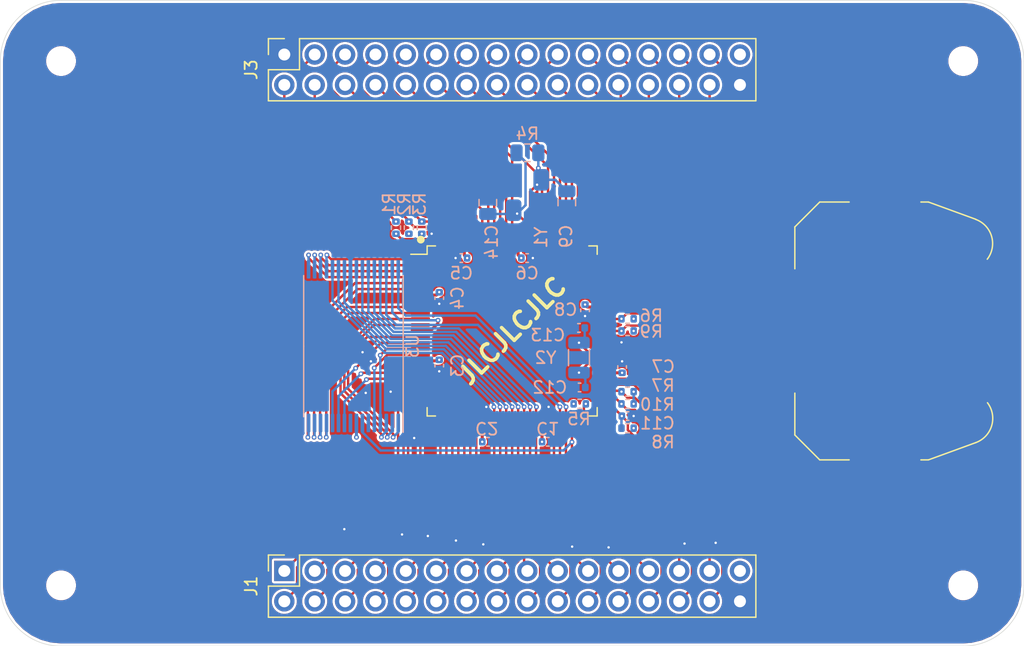
<source format=kicad_pcb>
(kicad_pcb (version 20171130) (host pcbnew "(5.1.10)-1")
  (layers (0 F.Cu signal) (1 In1.Cu power) (2 In2.Cu power) (31 B.Cu signal) (34 B.Paste user) (35 F.Paste user) (36 B.SilkS user) (37 F.SilkS user) (38 B.Mask user) (39 F.Mask user) (44 Edge.Cuts user))
  (net 0 "")
  (net 1 A23)
  (net 2 A22)
  (net 3 A21)
  (net 4 A20)
  (net 5 A19)
  (net 6 A18)
  (net 7 A17)
  (net 8 A16)
  (net 9 A15)
  (net 10 A14)
  (net 11 A13)
  (net 12 A12)
  (net 13 A11)
  (net 14 A10)
  (net 15 A9)
  (net 16 A8)
  (net 17 A7)
  (net 18 A6)
  (net 19 A5)
  (net 20 A4)
  (net 21 A3)
  (net 22 A2)
  (net 23 A1)
  (net 24 A0)
  (net 25 D0)
  (net 26 D1)
  (net 27 D2)
  (net 28 D3)
  (net 29 D4)
  (net 30 D5)
  (net 31 D6)
  (net 32 D7)
  (net 33 -CS0)
  (net 34 -CS1)
  (net 35 -CS2)
  (net 36 -CS3)
  (net 37 -IORQ)
  (net 38 -MREQ)
  (net 39 -RD)
  (net 40 -WR)
  (net 41 -INSTRD)
  (net 42 -WAIT)
  (net 43 -RESET)
  (net 44 -NMI)
  (net 45 -BUSREQ)
  (net 46 -BUSACK)
  (net 47 -HALT_SLP)
  (net 48 PC7)
  (net 49 PC6)
  (net 50 PC5)
  (net 51 PC4)
  (net 52 PC3)
  (net 53 PC2)
  (net 54 PC1)
  (net 55 PC0)
  (net 56 PD7)
  (net 57 PD6)
  (net 58 PD5)
  (net 59 PD4)
  (net 60 PD3)
  (net 61 PD2)
  (net 62 PD1)
  (net 63 PD0)
  (net 64 SDA)
  (net 65 SCL)
  (net 66 PB0)
  (net 67 PB1)
  (net 68 PB4)
  (net 69 PB5)
  (net 70 PHI)
  (net 71 ZDA)
  (net 72 ZCK)
  (net 73 XIN)
  (net 74 RTC_XIN)
  (net 75 RTC_XOUT)
  (net 76 GND)
  (net 77 "Net-(R1-Pad2)")
  (net 78 XOUT)
  (net 79 +3V3)
  (net 80 PB2)
  (net 81 PB3)
  (net 82 PB6)
  (net 83 PB7)
  (net 84 RCC_VDD)
  (module Connector_PinSocket_2.54mm:PinSocket_2x16_P2.54mm_Vertical (layer F.Cu) (at 213.321665 125.151117 90)
    (fp_text reference J3 (at -1.27 -2.77 90) (layer F.SilkS))
    (fp_text value Conn_02x16_Top_Bottom)
    (pad 32 thru_hole oval (at -2.54 38.1 90) (size 1.7 1.7) (drill 1) (layers *.Cu *.Mask) (net 76 GND))
    (pad 31 thru_hole oval (at 0 38.1 90) (size 1.7 1.7) (drill 1) (layers *.Cu *.Mask) (net 79 +3V3))
    (pad 30 thru_hole oval (at -2.54 35.56 90) (size 1.7 1.7) (drill 1) (layers *.Cu *.Mask) (net 71 ZDA))
    (pad 29 thru_hole oval (at 0 35.56 90) (size 1.7 1.7) (drill 1) (layers *.Cu *.Mask) (net 72 ZCK))
    (pad 28 thru_hole oval (at -2.54 33.02 90) (size 1.7 1.7) (drill 1) (layers *.Cu *.Mask) (net 62 PD1))
    (pad 27 thru_hole oval (at 0 33.02 90) (size 1.7 1.7) (drill 1) (layers *.Cu *.Mask) (net 63 PD0))
    (pad 26 thru_hole oval (at -2.54 30.48 90) (size 1.7 1.7) (drill 1) (layers *.Cu *.Mask) (net 60 PD3))
    (pad 25 thru_hole oval (at 0 30.48 90) (size 1.7 1.7) (drill 1) (layers *.Cu *.Mask) (net 61 PD2))
    (pad 24 thru_hole oval (at -2.54 27.94 90) (size 1.7 1.7) (drill 1) (layers *.Cu *.Mask) (net 58 PD5))
    (pad 23 thru_hole oval (at 0 27.94 90) (size 1.7 1.7) (drill 1) (layers *.Cu *.Mask) (net 59 PD4))
    (pad 22 thru_hole oval (at -2.54 25.4 90) (size 1.7 1.7) (drill 1) (layers *.Cu *.Mask) (net 56 PD7))
    (pad 21 thru_hole oval (at 0 25.4 90) (size 1.7 1.7) (drill 1) (layers *.Cu *.Mask) (net 57 PD6))
    (pad 20 thru_hole oval (at -2.54 22.86 90) (size 1.7 1.7) (drill 1) (layers *.Cu *.Mask) (net 55 PC0))
    (pad 19 thru_hole oval (at 0 22.86 90) (size 1.7 1.7) (drill 1) (layers *.Cu *.Mask) (net 54 PC1))
    (pad 18 thru_hole oval (at -2.54 20.32 90) (size 1.7 1.7) (drill 1) (layers *.Cu *.Mask) (net 53 PC2))
    (pad 17 thru_hole oval (at 0 20.32 90) (size 1.7 1.7) (drill 1) (layers *.Cu *.Mask) (net 52 PC3))
    (pad 16 thru_hole oval (at -2.54 17.78 90) (size 1.7 1.7) (drill 1) (layers *.Cu *.Mask) (net 51 PC4))
    (pad 15 thru_hole oval (at 0 17.78 90) (size 1.7 1.7) (drill 1) (layers *.Cu *.Mask) (net 50 PC5))
    (pad 14 thru_hole oval (at -2.54 15.24 90) (size 1.7 1.7) (drill 1) (layers *.Cu *.Mask) (net 49 PC6))
    (pad 13 thru_hole oval (at 0 15.24 90) (size 1.7 1.7) (drill 1) (layers *.Cu *.Mask) (net 48 PC7))
    (pad 12 thru_hole oval (at -2.54 12.7 90) (size 1.7 1.7) (drill 1) (layers *.Cu *.Mask) (net 66 PB0))
    (pad 11 thru_hole oval (at 0 12.7 90) (size 1.7 1.7) (drill 1) (layers *.Cu *.Mask) (net 67 PB1))
    (pad 10 thru_hole oval (at -2.54 10.16 90) (size 1.7 1.7) (drill 1) (layers *.Cu *.Mask) (net 80 PB2))
    (pad 9 thru_hole oval (at 0 10.16 90) (size 1.7 1.7) (drill 1) (layers *.Cu *.Mask) (net 81 PB3))
    (pad 8 thru_hole oval (at -2.54 7.62 90) (size 1.7 1.7) (drill 1) (layers *.Cu *.Mask) (net 68 PB4))
    (pad 7 thru_hole oval (at 0 7.62 90) (size 1.7 1.7) (drill 1) (layers *.Cu *.Mask) (net 69 PB5))
    (pad 6 thru_hole oval (at -2.54 5.08 90) (size 1.7 1.7) (drill 1) (layers *.Cu *.Mask) (net 82 PB6))
    (pad 5 thru_hole oval (at 0 5.08 90) (size 1.7 1.7) (drill 1) (layers *.Cu *.Mask) (net 83 PB7))
    (pad 4 thru_hole oval (at -2.54 2.54 90) (size 1.7 1.7) (drill 1) (layers *.Cu *.Mask) (net 64 SDA))
    (pad 3 thru_hole oval (at 0 2.54 90) (size 1.7 1.7) (drill 1) (layers *.Cu *.Mask) (net 65 SCL))
    (pad 2 thru_hole oval (at -2.54 0 90) (size 1.7 1.7) (drill 1) (layers *.Cu *.Mask) (net 70 PHI))
    (pad 1 thru_hole rect (at 0 0 90) (size 1.7 1.7) (drill 1) (layers *.Cu *.Mask) (net 76 GND))
  )
  (module MountingHole:MountingHole_2.1mm (layer F.Cu) (at 194.652665 125.6971)
    (fp_text reference H4 hide)
    (fp_text value MountingHole)
    (pad "" np_thru_hole circle (at 0 0) (size 2.1 2.1) (drill 2.1) (layers *.Cu *.Mask))
  )
  (module MountingHole:MountingHole_2.1mm (layer F.Cu) (at 270.090665 125.6971)
    (fp_text reference H3 hide)
    (fp_text value MountingHole)
    (pad "" np_thru_hole circle (at 0 0) (size 2.1 2.1) (drill 2.1) (layers *.Cu *.Mask))
  )
  (module MountingHole:MountingHole_2.1mm (layer F.Cu) (at 270.090665 169.5375)
    (fp_text reference H2 hide)
    (fp_text value MountingHole)
    (pad "" np_thru_hole circle (at 0 0) (size 2.1 2.1) (drill 2.1) (layers *.Cu *.Mask))
  )
  (module MountingHole:MountingHole_2.1mm (layer F.Cu) (at 194.652665 169.5375)
    (fp_text reference H1 hide)
    (fp_text value MountingHole)
    (pad "" np_thru_hole circle (at 0 0) (size 2.1 2.1) (drill 2.1) (layers *.Cu *.Mask))
  )
  (module Connector_PinSocket_2.54mm:PinSocket_2x16_P2.54mm_Vertical (layer F.Cu) (at 213.321665 168.331117 90)
    (fp_text reference J1 (at -1.27 -2.77 90) (layer F.SilkS))
    (fp_text value Conn_02x16_Top_Bottom)
    (pad 32 thru_hole oval (at -2.54 38.1 90) (size 1.7 1.7) (drill 1) (layers *.Cu *.Mask) (net 76 GND))
    (pad 31 thru_hole oval (at 0 38.1 90) (size 1.7 1.7) (drill 1) (layers *.Cu *.Mask))
    (pad 30 thru_hole oval (at -2.54 35.56 90) (size 1.7 1.7) (drill 1) (layers *.Cu *.Mask) (net 47 -HALT_SLP))
    (pad 29 thru_hole oval (at 0 35.56 90) (size 1.7 1.7) (drill 1) (layers *.Cu *.Mask) (net 46 -BUSACK))
    (pad 28 thru_hole oval (at -2.54 33.02 90) (size 1.7 1.7) (drill 1) (layers *.Cu *.Mask) (net 45 -BUSREQ))
    (pad 27 thru_hole oval (at 0 33.02 90) (size 1.7 1.7) (drill 1) (layers *.Cu *.Mask) (net 44 -NMI))
    (pad 26 thru_hole oval (at -2.54 30.48 90) (size 1.7 1.7) (drill 1) (layers *.Cu *.Mask) (net 43 -RESET))
    (pad 25 thru_hole oval (at 0 30.48 90) (size 1.7 1.7) (drill 1) (layers *.Cu *.Mask) (net 42 -WAIT))
    (pad 24 thru_hole oval (at -2.54 27.94 90) (size 1.7 1.7) (drill 1) (layers *.Cu *.Mask) (net 41 -INSTRD))
    (pad 23 thru_hole oval (at 0 27.94 90) (size 1.7 1.7) (drill 1) (layers *.Cu *.Mask) (net 40 -WR))
    (pad 22 thru_hole oval (at -2.54 25.4 90) (size 1.7 1.7) (drill 1) (layers *.Cu *.Mask) (net 39 -RD))
    (pad 21 thru_hole oval (at 0 25.4 90) (size 1.7 1.7) (drill 1) (layers *.Cu *.Mask) (net 38 -MREQ))
    (pad 20 thru_hole oval (at -2.54 22.86 90) (size 1.7 1.7) (drill 1) (layers *.Cu *.Mask) (net 37 -IORQ))
    (pad 19 thru_hole oval (at 0 22.86 90) (size 1.7 1.7) (drill 1) (layers *.Cu *.Mask) (net 32 D7))
    (pad 18 thru_hole oval (at -2.54 20.32 90) (size 1.7 1.7) (drill 1) (layers *.Cu *.Mask) (net 31 D6))
    (pad 17 thru_hole oval (at 0 20.32 90) (size 1.7 1.7) (drill 1) (layers *.Cu *.Mask) (net 30 D5))
    (pad 16 thru_hole oval (at -2.54 17.78 90) (size 1.7 1.7) (drill 1) (layers *.Cu *.Mask) (net 29 D4))
    (pad 15 thru_hole oval (at 0 17.78 90) (size 1.7 1.7) (drill 1) (layers *.Cu *.Mask) (net 28 D3))
    (pad 14 thru_hole oval (at -2.54 15.24 90) (size 1.7 1.7) (drill 1) (layers *.Cu *.Mask) (net 27 D2))
    (pad 13 thru_hole oval (at 0 15.24 90) (size 1.7 1.7) (drill 1) (layers *.Cu *.Mask) (net 26 D1))
    (pad 12 thru_hole oval (at -2.54 12.7 90) (size 1.7 1.7) (drill 1) (layers *.Cu *.Mask) (net 25 D0))
    (pad 11 thru_hole oval (at 0 12.7 90) (size 1.7 1.7) (drill 1) (layers *.Cu *.Mask) (net 36 -CS3))
    (pad 10 thru_hole oval (at -2.54 10.16 90) (size 1.7 1.7) (drill 1) (layers *.Cu *.Mask) (net 35 -CS2))
    (pad 9 thru_hole oval (at 0 10.16 90) (size 1.7 1.7) (drill 1) (layers *.Cu *.Mask) (net 34 -CS1))
    (pad 8 thru_hole oval (at -2.54 7.62 90) (size 1.7 1.7) (drill 1) (layers *.Cu *.Mask) (net 33 -CS0))
    (pad 7 thru_hole oval (at 0 7.62 90) (size 1.7 1.7) (drill 1) (layers *.Cu *.Mask) (net 1 A23))
    (pad 6 thru_hole oval (at -2.54 5.08 90) (size 1.7 1.7) (drill 1) (layers *.Cu *.Mask) (net 2 A22))
    (pad 5 thru_hole oval (at 0 5.08 90) (size 1.7 1.7) (drill 1) (layers *.Cu *.Mask) (net 3 A21))
    (pad 4 thru_hole oval (at -2.54 2.54 90) (size 1.7 1.7) (drill 1) (layers *.Cu *.Mask) (net 4 A20))
    (pad 3 thru_hole oval (at 0 2.54 90) (size 1.7 1.7) (drill 1) (layers *.Cu *.Mask) (net 5 A19))
    (pad 2 thru_hole oval (at -2.54 0 90) (size 1.7 1.7) (drill 1) (layers *.Cu *.Mask) (net 6 A18))
    (pad 1 thru_hole rect (at 0 0 90) (size 1.7 1.7) (drill 1) (layers *.Cu *.Mask) (net 7 A17))
  )
  (module Battery:BatteryHolder_Keystone_3034_1x20mm (layer F.Cu) (at 263.550165 148.265117 90)
    (fp_text reference BT1 hide)
    (fp_text value Battery_Cell)
    (pad 1 smd rect (at -10.985 0 90) (size 1.27 5.08) (layers F.Cu F.Paste F.Mask) (net 84 RCC_VDD))
    (pad 1 smd rect (at 10.985 0 90) (size 1.27 5.08) (layers F.Cu F.Paste F.Mask) (net 84 RCC_VDD))
    (pad 2 smd circle (at 0 0 90) (size 17.8 17.8) (layers F.Cu F.Mask) (net 76 GND))
  )
  (module Package_QFP:LQFP-100_14x14mm_P0.5mm (layer F.Cu) (at 232.371665 148.265117)
    (fp_text reference U1 hide)
    (fp_text value EZ80F92AZ020SG hide)
    (pad 1 smd roundrect (at -7.675 -6) (size 1.6 0.3) (layers F.Cu F.Paste F.Mask) (net 24 A0))
    (pad 2 smd roundrect (at -7.675 -5.5) (size 1.6 0.3) (layers F.Cu F.Paste F.Mask) (net 23 A1))
    (pad 3 smd roundrect (at -7.675 -5) (size 1.6 0.3) (layers F.Cu F.Paste F.Mask) (net 22 A2))
    (pad 4 smd roundrect (at -7.675 -4.5) (size 1.6 0.3) (layers F.Cu F.Paste F.Mask) (net 21 A3))
    (pad 5 smd roundrect (at -7.675 -4) (size 1.6 0.3) (layers F.Cu F.Paste F.Mask) (net 20 A4))
    (pad 6 smd roundrect (at -7.675 -3.5) (size 1.6 0.3) (layers F.Cu F.Paste F.Mask) (net 19 A5))
    (pad 7 smd roundrect (at -7.675 -3) (size 1.6 0.3) (layers F.Cu F.Paste F.Mask) (net 79 +3V3))
    (pad 8 smd roundrect (at -7.675 -2.5) (size 1.6 0.3) (layers F.Cu F.Paste F.Mask) (net 76 GND))
    (pad 9 smd roundrect (at -7.675 -2) (size 1.6 0.3) (layers F.Cu F.Paste F.Mask) (net 18 A6))
    (pad 10 smd roundrect (at -7.675 -1.5) (size 1.6 0.3) (layers F.Cu F.Paste F.Mask) (net 17 A7))
    (pad 11 smd roundrect (at -7.675 -1) (size 1.6 0.3) (layers F.Cu F.Paste F.Mask) (net 16 A8))
    (pad 12 smd roundrect (at -7.675 -0.5) (size 1.6 0.3) (layers F.Cu F.Paste F.Mask) (net 15 A9))
    (pad 13 smd roundrect (at -7.675 0) (size 1.6 0.3) (layers F.Cu F.Paste F.Mask) (net 14 A10))
    (pad 14 smd roundrect (at -7.675 0.5) (size 1.6 0.3) (layers F.Cu F.Paste F.Mask) (net 13 A11))
    (pad 15 smd roundrect (at -7.675 1) (size 1.6 0.3) (layers F.Cu F.Paste F.Mask) (net 12 A12))
    (pad 16 smd roundrect (at -7.675 1.5) (size 1.6 0.3) (layers F.Cu F.Paste F.Mask) (net 11 A13))
    (pad 17 smd roundrect (at -7.675 2) (size 1.6 0.3) (layers F.Cu F.Paste F.Mask) (net 10 A14))
    (pad 18 smd roundrect (at -7.675 2.5) (size 1.6 0.3) (layers F.Cu F.Paste F.Mask) (net 79 +3V3))
    (pad 19 smd roundrect (at -7.675 3) (size 1.6 0.3) (layers F.Cu F.Paste F.Mask) (net 76 GND))
    (pad 20 smd roundrect (at -7.675 3.5) (size 1.6 0.3) (layers F.Cu F.Paste F.Mask) (net 9 A15))
    (pad 21 smd roundrect (at -7.675 4) (size 1.6 0.3) (layers F.Cu F.Paste F.Mask) (net 8 A16))
    (pad 22 smd roundrect (at -7.675 4.5) (size 1.6 0.3) (layers F.Cu F.Paste F.Mask) (net 7 A17))
    (pad 23 smd roundrect (at -7.675 5) (size 1.6 0.3) (layers F.Cu F.Paste F.Mask) (net 6 A18))
    (pad 24 smd roundrect (at -7.675 5.5) (size 1.6 0.3) (layers F.Cu F.Paste F.Mask) (net 5 A19))
    (pad 25 smd roundrect (at -7.675 6) (size 1.6 0.3) (layers F.Cu F.Paste F.Mask) (net 4 A20))
    (pad 26 smd roundrect (at -6 7.675) (size 0.3 1.6) (layers F.Cu F.Paste F.Mask) (net 3 A21))
    (pad 27 smd roundrect (at -5.5 7.675) (size 0.3 1.6) (layers F.Cu F.Paste F.Mask) (net 2 A22))
    (pad 28 smd roundrect (at -5 7.675) (size 0.3 1.6) (layers F.Cu F.Paste F.Mask) (net 1 A23))
    (pad 29 smd roundrect (at -4.5 7.675) (size 0.3 1.6) (layers F.Cu F.Paste F.Mask) (net 33 -CS0))
    (pad 30 smd roundrect (at -4 7.675) (size 0.3 1.6) (layers F.Cu F.Paste F.Mask) (net 34 -CS1))
    (pad 31 smd roundrect (at -3.5 7.675) (size 0.3 1.6) (layers F.Cu F.Paste F.Mask) (net 35 -CS2))
    (pad 32 smd roundrect (at -3 7.675) (size 0.3 1.6) (layers F.Cu F.Paste F.Mask) (net 36 -CS3))
    (pad 33 smd roundrect (at -2.5 7.675) (size 0.3 1.6) (layers F.Cu F.Paste F.Mask) (net 79 +3V3))
    (pad 34 smd roundrect (at -2 7.675) (size 0.3 1.6) (layers F.Cu F.Paste F.Mask) (net 76 GND))
    (pad 35 smd roundrect (at -1.5 7.675) (size 0.3 1.6) (layers F.Cu F.Paste F.Mask) (net 25 D0))
    (pad 36 smd roundrect (at -1 7.675) (size 0.3 1.6) (layers F.Cu F.Paste F.Mask) (net 26 D1))
    (pad 37 smd roundrect (at -0.5 7.675) (size 0.3 1.6) (layers F.Cu F.Paste F.Mask) (net 27 D2))
    (pad 38 smd roundrect (at 0 7.675) (size 0.3 1.6) (layers F.Cu F.Paste F.Mask) (net 28 D3))
    (pad 39 smd roundrect (at 0.5 7.675) (size 0.3 1.6) (layers F.Cu F.Paste F.Mask) (net 29 D4))
    (pad 40 smd roundrect (at 1 7.675) (size 0.3 1.6) (layers F.Cu F.Paste F.Mask) (net 30 D5))
    (pad 41 smd roundrect (at 1.5 7.675) (size 0.3 1.6) (layers F.Cu F.Paste F.Mask) (net 31 D6))
    (pad 42 smd roundrect (at 2 7.675) (size 0.3 1.6) (layers F.Cu F.Paste F.Mask) (net 32 D7))
    (pad 43 smd roundrect (at 2.5 7.675) (size 0.3 1.6) (layers F.Cu F.Paste F.Mask) (net 79 +3V3))
    (pad 44 smd roundrect (at 3 7.675) (size 0.3 1.6) (layers F.Cu F.Paste F.Mask) (net 76 GND))
    (pad 45 smd roundrect (at 3.5 7.675) (size 0.3 1.6) (layers F.Cu F.Paste F.Mask) (net 37 -IORQ))
    (pad 46 smd roundrect (at 4 7.675) (size 0.3 1.6) (layers F.Cu F.Paste F.Mask) (net 38 -MREQ))
    (pad 47 smd roundrect (at 4.5 7.675) (size 0.3 1.6) (layers F.Cu F.Paste F.Mask) (net 39 -RD))
    (pad 48 smd roundrect (at 5 7.675) (size 0.3 1.6) (layers F.Cu F.Paste F.Mask) (net 40 -WR))
    (pad 49 smd roundrect (at 5.5 7.675) (size 0.3 1.6) (layers F.Cu F.Paste F.Mask) (net 41 -INSTRD))
    (pad 50 smd roundrect (at 6 7.675) (size 0.3 1.6) (layers F.Cu F.Paste F.Mask) (net 42 -WAIT))
    (pad 51 smd roundrect (at 7.675 6) (size 1.6 0.3) (layers F.Cu F.Paste F.Mask) (net 43 -RESET))
    (pad 52 smd roundrect (at 7.675 5.5) (size 1.6 0.3) (layers F.Cu F.Paste F.Mask) (net 44 -NMI))
    (pad 53 smd roundrect (at 7.675 5) (size 1.6 0.3) (layers F.Cu F.Paste F.Mask) (net 45 -BUSREQ))
    (pad 54 smd roundrect (at 7.675 4.5) (size 1.6 0.3) (layers F.Cu F.Paste F.Mask) (net 46 -BUSACK))
    (pad 55 smd roundrect (at 7.675 4) (size 1.6 0.3) (layers F.Cu F.Paste F.Mask) (net 47 -HALT_SLP))
    (pad 56 smd roundrect (at 7.675 3.5) (size 1.6 0.3) (layers F.Cu F.Paste F.Mask) (net 79 +3V3))
    (pad 57 smd roundrect (at 7.675 3) (size 1.6 0.3) (layers F.Cu F.Paste F.Mask) (net 76 GND))
    (pad 58 smd roundrect (at 7.675 2.5) (size 1.6 0.3) (layers F.Cu F.Paste F.Mask) (net 74 RTC_XIN))
    (pad 59 smd roundrect (at 7.675 2) (size 1.6 0.3) (layers F.Cu F.Paste F.Mask) (net 75 RTC_XOUT))
    (pad 60 smd roundrect (at 7.675 1.5) (size 1.6 0.3) (layers F.Cu F.Paste F.Mask) (net 84 RCC_VDD))
    (pad 61 smd roundrect (at 7.675 1) (size 1.6 0.3) (layers F.Cu F.Paste F.Mask) (net 76 GND))
    (pad 62 smd roundrect (at 7.675 0.5) (size 1.6 0.3) (layers F.Cu F.Paste F.Mask) (net 76 GND))
    (pad 63 smd roundrect (at 7.675 0) (size 1.6 0.3) (layers F.Cu F.Paste F.Mask) (net 72 ZCK))
    (pad 64 smd roundrect (at 7.675 -0.5) (size 1.6 0.3) (layers F.Cu F.Paste F.Mask) (net 76 GND))
    (pad 65 smd roundrect (at 7.675 -1) (size 1.6 0.3) (layers F.Cu F.Paste F.Mask) (net 71 ZDA))
    (pad 66 smd roundrect (at 7.675 -1.5) (size 1.6 0.3) (layers F.Cu F.Paste F.Mask))
    (pad 67 smd roundrect (at 7.675 -2) (size 1.6 0.3) (layers F.Cu F.Paste F.Mask) (net 79 +3V3))
    (pad 68 smd roundrect (at 7.675 -2.5) (size 1.6 0.3) (layers F.Cu F.Paste F.Mask) (net 63 PD0))
    (pad 69 smd roundrect (at 7.675 -3) (size 1.6 0.3) (layers F.Cu F.Paste F.Mask) (net 62 PD1))
    (pad 70 smd roundrect (at 7.675 -3.5) (size 1.6 0.3) (layers F.Cu F.Paste F.Mask) (net 61 PD2))
    (pad 71 smd roundrect (at 7.675 -4) (size 1.6 0.3) (layers F.Cu F.Paste F.Mask) (net 60 PD3))
    (pad 72 smd roundrect (at 7.675 -4.5) (size 1.6 0.3) (layers F.Cu F.Paste F.Mask) (net 59 PD4))
    (pad 73 smd roundrect (at 7.675 -5) (size 1.6 0.3) (layers F.Cu F.Paste F.Mask) (net 58 PD5))
    (pad 74 smd roundrect (at 7.675 -5.5) (size 1.6 0.3) (layers F.Cu F.Paste F.Mask) (net 57 PD6))
    (pad 75 smd roundrect (at 7.675 -6) (size 1.6 0.3) (layers F.Cu F.Paste F.Mask) (net 56 PD7))
    (pad 76 smd roundrect (at 6 -7.675) (size 0.3 1.6) (layers F.Cu F.Paste F.Mask) (net 55 PC0))
    (pad 77 smd roundrect (at 5.5 -7.675) (size 0.3 1.6) (layers F.Cu F.Paste F.Mask) (net 54 PC1))
    (pad 78 smd roundrect (at 5 -7.675) (size 0.3 1.6) (layers F.Cu F.Paste F.Mask) (net 53 PC2))
    (pad 79 smd roundrect (at 4.5 -7.675) (size 0.3 1.6) (layers F.Cu F.Paste F.Mask) (net 52 PC3))
    (pad 80 smd roundrect (at 4 -7.675) (size 0.3 1.6) (layers F.Cu F.Paste F.Mask) (net 51 PC4))
    (pad 81 smd roundrect (at 3.5 -7.675) (size 0.3 1.6) (layers F.Cu F.Paste F.Mask) (net 50 PC5))
    (pad 82 smd roundrect (at 3 -7.675) (size 0.3 1.6) (layers F.Cu F.Paste F.Mask) (net 49 PC6))
    (pad 83 smd roundrect (at 2.5 -7.675) (size 0.3 1.6) (layers F.Cu F.Paste F.Mask) (net 48 PC7))
    (pad 84 smd roundrect (at 2 -7.675) (size 0.3 1.6) (layers F.Cu F.Paste F.Mask) (net 76 GND))
    (pad 85 smd roundrect (at 1.5 -7.675) (size 0.3 1.6) (layers F.Cu F.Paste F.Mask) (net 73 XIN))
    (pad 86 smd roundrect (at 1 -7.675) (size 0.3 1.6) (layers F.Cu F.Paste F.Mask) (net 78 XOUT))
    (pad 87 smd roundrect (at 0.5 -7.675) (size 0.3 1.6) (layers F.Cu F.Paste F.Mask) (net 79 +3V3))
    (pad 88 smd roundrect (at 0 -7.675) (size 0.3 1.6) (layers F.Cu F.Paste F.Mask) (net 66 PB0))
    (pad 89 smd roundrect (at -0.5 -7.675) (size 0.3 1.6) (layers F.Cu F.Paste F.Mask) (net 67 PB1))
    (pad 90 smd roundrect (at -1 -7.675) (size 0.3 1.6) (layers F.Cu F.Paste F.Mask) (net 80 PB2))
    (pad 91 smd roundrect (at -1.5 -7.675) (size 0.3 1.6) (layers F.Cu F.Paste F.Mask) (net 81 PB3))
    (pad 92 smd roundrect (at -2 -7.675) (size 0.3 1.6) (layers F.Cu F.Paste F.Mask) (net 68 PB4))
    (pad 93 smd roundrect (at -2.5 -7.675) (size 0.3 1.6) (layers F.Cu F.Paste F.Mask) (net 69 PB5))
    (pad 94 smd roundrect (at -3 -7.675) (size 0.3 1.6) (layers F.Cu F.Paste F.Mask) (net 82 PB6))
    (pad 95 smd roundrect (at -3.5 -7.675) (size 0.3 1.6) (layers F.Cu F.Paste F.Mask) (net 83 PB7))
    (pad 96 smd roundrect (at -4 -7.675) (size 0.3 1.6) (layers F.Cu F.Paste F.Mask) (net 79 +3V3))
    (pad 97 smd roundrect (at -4.5 -7.675) (size 0.3 1.6) (layers F.Cu F.Paste F.Mask) (net 76 GND))
    (pad 98 smd roundrect (at -5 -7.675) (size 0.3 1.6) (layers F.Cu F.Paste F.Mask) (net 64 SDA))
    (pad 99 smd roundrect (at -5.5 -7.675) (size 0.3 1.6) (layers F.Cu F.Paste F.Mask) (net 65 SCL))
    (pad 100 smd roundrect (at -6 -7.675) (size 0.3 1.6) (layers F.Cu F.Paste F.Mask) (net 77 "Net-(R1-Pad2)"))
  )
  (module eZ80SBCrev0:SMD-5032-4P (layer B.Cu) (at 233.641665 136.898617 270)
    (fp_text reference Y1 (at 3.556 -1.143 270) (layer B.SilkS) (effects (justify mirror)))
    (fp_text value 25MHz)
    (pad 2 smd roundrect (at 1.27 -1.157 270) (size 1.8 1.3) (layers B.Cu B.Paste B.Mask) (net 76 GND))
    (pad 1 smd roundrect (at -1.27 -1.157 270) (size 1.8 1.3) (layers B.Cu B.Paste B.Mask) (net 73 XIN))
    (pad 3 smd roundrect (at 1.27 1.143 270) (size 1.8 1.3) (layers B.Cu B.Paste B.Mask) (net 78 XOUT))
    (pad 4 smd roundrect (at -1.27 1.143 270) (size 1.8 1.3) (layers B.Cu B.Paste B.Mask) (net 76 GND))
  )
  (module Resistor_SMD:R_0402_1005Metric (layer B.Cu) (at 242.023665 154.366117 180)
    (fp_text reference R10 (at -2.4892 -0.0458) (layer B.SilkS) (effects (justify mirror)))
    (fp_text value 10K)
    (pad 1 smd roundrect (at -0.51 0 180) (size 0.54 0.64) (layers B.Cu B.Paste B.Mask) (net 79 +3V3))
    (pad 2 smd roundrect (at 0.51 0 180) (size 0.54 0.64) (layers B.Cu B.Paste B.Mask) (net 44 -NMI))
  )
  (module Resistor_SMD:R_0402_1005Metric (layer B.Cu) (at 242.023665 153.342617 180)
    (fp_text reference R7 (at -2.96539 0.5055) (layer B.SilkS) (effects (justify mirror)))
    (fp_text value 10K)
    (pad 1 smd roundrect (at -0.51 0 180) (size 0.54 0.64) (layers B.Cu B.Paste B.Mask) (net 79 +3V3))
    (pad 2 smd roundrect (at 0.51 0 180) (size 0.54 0.64) (layers B.Cu B.Paste B.Mask) (net 45 -BUSREQ))
  )
  (module Resistor_SMD:R_0402_1005Metric (layer B.Cu) (at 242.023665 148.265117 180)
    (fp_text reference R9 (at -1.9812 -0.0508) (layer B.SilkS) (effects (justify mirror)))
    (fp_text value 10K)
    (pad 2 smd roundrect (at 0.51 0 180) (size 0.54 0.64) (layers B.Cu B.Paste B.Mask) (net 72 ZCK))
    (pad 1 smd roundrect (at -0.51 0 180) (size 0.54 0.64) (layers B.Cu B.Paste B.Mask) (net 79 +3V3))
  )
  (module Resistor_SMD:R_0402_1005Metric (layer B.Cu) (at 242.023665 147.249117 180)
    (fp_text reference R6 (at -1.9812 0.254) (layer B.SilkS) (effects (justify mirror)))
    (fp_text value 10K)
    (pad 2 smd roundrect (at 0.51 0 180) (size 0.54 0.64) (layers B.Cu B.Paste B.Mask) (net 71 ZDA))
    (pad 1 smd roundrect (at -0.51 0 180) (size 0.54 0.64) (layers B.Cu B.Paste B.Mask) (net 79 +3V3))
  )
  (module Capacitor_SMD:C_0402_1005Metric (layer B.Cu) (at 238.467665 146.537917 270)
    (fp_text reference C8 (at -0.0508 1.6256 unlocked) (layer B.SilkS) (effects (justify mirror)))
    (fp_text value 100n)
    (pad 1 smd roundrect (at -0.48 0 270) (size 0.56 0.62) (layers B.Cu B.Paste B.Mask) (net 79 +3V3))
    (pad 2 smd roundrect (at 0.48 0 270) (size 0.56 0.62) (layers B.Cu B.Paste B.Mask) (net 76 GND))
  )
  (module Capacitor_SMD:C_0402_1005Metric (layer B.Cu) (at 241.566465 151.285117 90)
    (fp_text reference C7 (at 0.0355 3.4417 unlocked) (layer B.SilkS) (effects (justify mirror)))
    (fp_text value 100n)
    (pad 1 smd roundrect (at -0.48 0 90) (size 0.56 0.62) (layers B.Cu B.Paste B.Mask) (net 79 +3V3))
    (pad 2 smd roundrect (at 0.48 0 90) (size 0.56 0.62) (layers B.Cu B.Paste B.Mask) (net 76 GND))
  )
  (module Capacitor_SMD:C_0402_1005Metric (layer B.Cu) (at 233.621665 142.169117)
    (fp_text reference C6 (at 0 1.27) (layer B.SilkS) (effects (justify mirror)))
    (fp_text value 100n)
    (pad 1 smd roundrect (at -0.48 0) (size 0.56 0.62) (layers B.Cu B.Paste B.Mask) (net 79 +3V3))
    (pad 2 smd roundrect (at 0.48 0) (size 0.56 0.62) (layers B.Cu B.Paste B.Mask) (net 76 GND))
  )
  (module Capacitor_SMD:C_0402_1005Metric (layer B.Cu) (at 228.121665 142.169117 180)
    (fp_text reference C5 (at 0 -1.27) (layer B.SilkS) (effects (justify mirror)))
    (fp_text value 100n)
    (pad 1 smd roundrect (at -0.48 0 180) (size 0.56 0.62) (layers B.Cu B.Paste B.Mask) (net 79 +3V3))
    (pad 2 smd roundrect (at 0.48 0 180) (size 0.56 0.62) (layers B.Cu B.Paste B.Mask) (net 76 GND))
  )
  (module Capacitor_SMD:C_0402_1005Metric (layer B.Cu) (at 226.275665 145.515117 270)
    (fp_text reference C4 (at 0 -1.524 270) (layer B.SilkS) (effects (justify mirror)))
    (fp_text value 100n)
    (pad 1 smd roundrect (at -0.48 0 270) (size 0.56 0.62) (layers B.Cu B.Paste B.Mask) (net 79 +3V3))
    (pad 2 smd roundrect (at 0.48 0 270) (size 0.56 0.62) (layers B.Cu B.Paste B.Mask) (net 76 GND))
  )
  (module Capacitor_SMD:C_0402_1005Metric (layer B.Cu) (at 226.275665 151.160363 270)
    (fp_text reference C3 (at 0 -1.524 90) (layer B.SilkS) (effects (justify mirror)))
    (fp_text value 100n)
    (pad 1 smd roundrect (at -0.48 0 270) (size 0.56 0.62) (layers B.Cu B.Paste B.Mask) (net 79 +3V3))
    (pad 2 smd roundrect (at 0.48 0 270) (size 0.56 0.62) (layers B.Cu B.Paste B.Mask) (net 76 GND))
  )
  (module Capacitor_SMD:C_0402_1005Metric (layer B.Cu) (at 230.351665 157.536117)
    (fp_text reference C2 (at -0.1016 -1.143 180 unlocked) (layer B.SilkS) (effects (justify mirror)))
    (fp_text value 100n)
    (pad 1 smd roundrect (at -0.48 0) (size 0.56 0.62) (layers B.Cu B.Paste B.Mask) (net 79 +3V3))
    (pad 2 smd roundrect (at 0.48 0) (size 0.56 0.62) (layers B.Cu B.Paste B.Mask) (net 76 GND))
  )
  (module Capacitor_SMD:C_0402_1005Metric (layer B.Cu) (at 235.351665 157.536117)
    (fp_text reference C1 (at 0 -1.143 180 unlocked) (layer B.SilkS) (effects (justify mirror)))
    (fp_text value 100n)
    (pad 1 smd roundrect (at -0.48 0) (size 0.56 0.62) (layers B.Cu B.Paste B.Mask) (net 79 +3V3))
    (pad 2 smd roundrect (at 0.48 0) (size 0.56 0.62) (layers B.Cu B.Paste B.Mask) (net 76 GND))
  )
  (module Capacitor_SMD:C_0402_1005Metric (layer B.Cu) (at 242.023665 155.379617)
    (fp_text reference C11 (at 2.4892 0.6071) (layer B.SilkS) (effects (justify mirror)))
    (fp_text value 10uF)
    (pad 1 smd roundrect (at -0.48 0) (size 0.56 0.62) (layers B.Cu B.Paste B.Mask) (net 43 -RESET))
    (pad 2 smd roundrect (at 0.48 0) (size 0.56 0.62) (layers B.Cu B.Paste B.Mask) (net 76 GND))
  )
  (module Resistor_SMD:R_0402_1005Metric (layer B.Cu) (at 242.023665 156.393117 180)
    (fp_text reference R8 (at -2.96539 -1.1684) (layer B.SilkS) (effects (justify mirror)))
    (fp_text value 10K)
    (pad 1 smd roundrect (at -0.51 0 180) (size 0.54 0.64) (layers B.Cu B.Paste B.Mask) (net 79 +3V3))
    (pad 2 smd roundrect (at 0.51 0 180) (size 0.54 0.64) (layers B.Cu B.Paste B.Mask) (net 43 -RESET))
  )
  (module Resistor_SMD:R_0402_1005Metric (layer B.Cu) (at 238.023165 154.361117)
    (fp_text reference R5 (at -0.0635 1.27 unlocked) (layer B.SilkS) (effects (justify mirror)))
    (fp_text value 10K)
    (pad 2 smd roundrect (at 0.51 0) (size 0.54 0.64) (layers B.Cu B.Paste B.Mask) (net 42 -WAIT))
    (pad 1 smd roundrect (at -0.51 0) (size 0.54 0.64) (layers B.Cu B.Paste B.Mask) (net 79 +3V3))
  )
  (module Resistor_SMD:R_0402_1005Metric (layer B.Cu) (at 224.815165 139.629117 90)
    (fp_text reference R3 (at 1.9685 -0.1905 90) (layer B.SilkS) (effects (justify mirror)))
    (fp_text value 5K1)
    (pad 1 smd roundrect (at -0.51 0 90) (size 0.54 0.64) (layers B.Cu B.Paste B.Mask) (net 79 +3V3))
    (pad 2 smd roundrect (at 0.51 0 90) (size 0.54 0.64) (layers B.Cu B.Paste B.Mask) (net 64 SDA))
  )
  (module Resistor_SMD:R_0402_1005Metric (layer B.Cu) (at 223.735665 139.629117 90)
    (fp_text reference R2 (at 1.9685 -0.381 90) (layer B.SilkS) (effects (justify mirror)))
    (fp_text value 5K1)
    (pad 2 smd roundrect (at 0.51 0 90) (size 0.54 0.64) (layers B.Cu B.Paste B.Mask) (net 65 SCL))
    (pad 1 smd roundrect (at -0.51 0 90) (size 0.54 0.64) (layers B.Cu B.Paste B.Mask) (net 79 +3V3))
  )
  (module Resistor_SMD:R_0402_1005Metric (layer B.Cu) (at 222.656165 139.629117 270)
    (fp_text reference R1 (at -1.9685 0.5715 90) (layer B.SilkS) (effects (justify mirror)))
    (fp_text value 33.2)
    (pad 2 smd roundrect (at 0.51 0 270) (size 0.54 0.64) (layers B.Cu B.Paste B.Mask) (net 77 "Net-(R1-Pad2)"))
    (pad 1 smd roundrect (at -0.51 0 270) (size 0.54 0.64) (layers B.Cu B.Paste B.Mask) (net 70 PHI))
  )
  (module Crystal:Crystal_SMD_3215-2Pin_3.2x1.5mm (layer B.Cu) (at 237.959665 150.500317 270)
    (fp_text reference Y2 (at 0 2.794 180) (layer B.SilkS) (effects (justify mirror)))
    (fp_text value 32.7680kHz)
    (pad 2 smd roundrect (at -1.25 0 270) (size 1 1.8) (layers B.Cu B.Paste B.Mask) (net 75 RTC_XOUT))
    (pad 1 smd roundrect (at 1.25 0 270) (size 1 1.8) (layers B.Cu B.Paste B.Mask) (net 74 RTC_XIN))
  )
  (module Capacitor_SMD:C_0402_1005Metric (layer B.Cu) (at 237.959665 148.011117 180)
    (fp_text reference C13 (at 2.6035 -0.606424) (layer B.SilkS) (effects (justify mirror)))
    (fp_text value 18pF)
    (pad 2 smd roundrect (at 0.48 0 180) (size 0.56 0.62) (layers B.Cu B.Paste B.Mask) (net 76 GND))
    (pad 1 smd roundrect (at -0.48 0 180) (size 0.56 0.62) (layers B.Cu B.Paste B.Mask) (net 75 RTC_XOUT))
  )
  (module Capacitor_SMD:C_0402_1005Metric (layer B.Cu) (at 238.010465 152.989517 180)
    (fp_text reference C12 (at 2.4892 0) (layer B.SilkS) (effects (justify mirror)))
    (fp_text value 18pF)
    (pad 1 smd roundrect (at -0.48 0 180) (size 0.56 0.62) (layers B.Cu B.Paste B.Mask) (net 74 RTC_XIN))
    (pad 2 smd roundrect (at 0.48 0 180) (size 0.56 0.62) (layers B.Cu B.Paste B.Mask) (net 76 GND))
  )
  (module Resistor_SMD:R_0805_2012Metric (layer B.Cu) (at 233.648665 133.368017)
    (fp_text reference R4 (at 0 -1.5875 180) (layer B.SilkS) (effects (justify mirror)))
    (fp_text value 100K hide)
    (pad 2 smd roundrect (at 0.9125 0) (size 1.025 1.4) (layers B.Cu B.Paste B.Mask) (roundrect_rratio 0.2439004878048781) (net 73 XIN))
    (pad 1 smd roundrect (at -0.9125 0) (size 1.025 1.4) (layers B.Cu B.Paste B.Mask) (roundrect_rratio 0.2439004878048781) (net 78 XOUT))
  )
  (module Capacitor_SMD:C_0805_2012Metric (layer B.Cu) (at 230.339665 137.533617 90)
    (fp_text reference C14 (at -3.302 0.3175 90) (layer B.SilkS) (effects (justify mirror)))
    (fp_text value 16pF hide)
    (pad 2 smd roundrect (at 0.95 0 90) (size 1 1.45) (layers B.Cu B.Paste B.Mask) (net 76 GND))
    (pad 1 smd roundrect (at -0.95 0 90) (size 1 1.45) (layers B.Cu B.Paste B.Mask) (net 78 XOUT))
  )
  (module Capacitor_SMD:C_0805_2012Metric (layer B.Cu) (at 236.943665 137.533617 270)
    (fp_text reference C9 (at 2.82581 0.0635 270) (layer B.SilkS) (effects (justify mirror)))
    (fp_text value 16pF hide)
    (pad 1 smd roundrect (at -0.95 0 270) (size 1 1.45) (layers B.Cu B.Paste B.Mask) (net 73 XIN))
    (pad 2 smd roundrect (at 0.95 0 270) (size 1 1.45) (layers B.Cu B.Paste B.Mask) (net 76 GND))
  )
  (module Package_SO:TSOP-I-32_11.8x8mm_P0.5mm (layer B.Cu) (at 219.100165 149.535117 90)
    (fp_text reference U3 (at 0 4.950001 270) (layer B.SilkS) (effects (justify mirror)))
    (fp_text value SST39VF010-70-4I-WHE-T)
    (pad 1 smd roundrect (at -6.425 3.75 90) (size 1.55 0.3) (layers B.Cu B.Paste B.Mask) (net 13 A11))
    (pad 2 smd roundrect (at -6.425 3.25 90) (size 1.55 0.3) (layers B.Cu B.Paste B.Mask) (net 15 A9))
    (pad 3 smd roundrect (at -6.425 2.75 90) (size 1.55 0.3) (layers B.Cu B.Paste B.Mask) (net 16 A8))
    (pad 4 smd roundrect (at -6.425 2.25 90) (size 1.55 0.3) (layers B.Cu B.Paste B.Mask) (net 11 A13))
    (pad 5 smd roundrect (at -6.425 1.75 90) (size 1.55 0.3) (layers B.Cu B.Paste B.Mask) (net 10 A14))
    (pad 6 smd roundrect (at -6.425 1.25 90) (size 1.55 0.3) (layers B.Cu B.Paste B.Mask))
    (pad 7 smd roundrect (at -6.425 0.75 90) (size 1.55 0.3) (layers B.Cu B.Paste B.Mask) (net 40 -WR))
    (pad 8 smd roundrect (at -6.425 0.25 90) (size 1.55 0.3) (layers B.Cu B.Paste B.Mask) (net 79 +3V3))
    (pad 9 smd roundrect (at -6.425 -0.25 90) (size 1.55 0.3) (layers B.Cu B.Paste B.Mask))
    (pad 10 smd roundrect (at -6.425 -0.75 90) (size 1.55 0.3) (layers B.Cu B.Paste B.Mask) (net 8 A16))
    (pad 11 smd roundrect (at -6.425 -1.25 90) (size 1.55 0.3) (layers B.Cu B.Paste B.Mask) (net 9 A15))
    (pad 12 smd roundrect (at -6.425 -1.75 90) (size 1.55 0.3) (layers B.Cu B.Paste B.Mask) (net 12 A12))
    (pad 13 smd roundrect (at -6.425 -2.25 90) (size 1.55 0.3) (layers B.Cu B.Paste B.Mask) (net 17 A7))
    (pad 14 smd roundrect (at -6.425 -2.75 90) (size 1.55 0.3) (layers B.Cu B.Paste B.Mask) (net 18 A6))
    (pad 15 smd roundrect (at -6.425 -3.25 90) (size 1.55 0.3) (layers B.Cu B.Paste B.Mask) (net 19 A5))
    (pad 16 smd roundrect (at -6.425 -3.75 90) (size 1.55 0.3) (layers B.Cu B.Paste B.Mask) (net 20 A4))
    (pad 17 smd roundrect (at 6.425 -3.75 90) (size 1.55 0.3) (layers B.Cu B.Paste B.Mask) (net 21 A3))
    (pad 18 smd roundrect (at 6.425 -3.25 90) (size 1.55 0.3) (layers B.Cu B.Paste B.Mask) (net 22 A2))
    (pad 19 smd roundrect (at 6.425 -2.75 90) (size 1.55 0.3) (layers B.Cu B.Paste B.Mask) (net 23 A1))
    (pad 20 smd roundrect (at 6.425 -2.25 90) (size 1.55 0.3) (layers B.Cu B.Paste B.Mask) (net 24 A0))
    (pad 21 smd roundrect (at 6.425 -1.75 90) (size 1.55 0.3) (layers B.Cu B.Paste B.Mask) (net 25 D0))
    (pad 22 smd roundrect (at 6.425 -1.25 90) (size 1.55 0.3) (layers B.Cu B.Paste B.Mask) (net 26 D1))
    (pad 23 smd roundrect (at 6.425 -0.75 90) (size 1.55 0.3) (layers B.Cu B.Paste B.Mask) (net 27 D2))
    (pad 24 smd roundrect (at 6.425 -0.25 90) (size 1.55 0.3) (layers B.Cu B.Paste B.Mask) (net 76 GND))
    (pad 25 smd roundrect (at 6.425 0.25 90) (size 1.55 0.3) (layers B.Cu B.Paste B.Mask) (net 28 D3))
    (pad 26 smd roundrect (at 6.425 0.75 90) (size 1.55 0.3) (layers B.Cu B.Paste B.Mask) (net 29 D4))
    (pad 27 smd roundrect (at 6.425 1.25 90) (size 1.55 0.3) (layers B.Cu B.Paste B.Mask) (net 30 D5))
    (pad 28 smd roundrect (at 6.425 1.75 90) (size 1.55 0.3) (layers B.Cu B.Paste B.Mask) (net 31 D6))
    (pad 29 smd roundrect (at 6.425 2.25 90) (size 1.55 0.3) (layers B.Cu B.Paste B.Mask) (net 32 D7))
    (pad 30 smd roundrect (at 6.425 2.75 90) (size 1.55 0.3) (layers B.Cu B.Paste B.Mask) (net 38 -MREQ))
    (pad 31 smd roundrect (at 6.425 3.25 90) (size 1.55 0.3) (layers B.Cu B.Paste B.Mask) (net 14 A10))
    (pad 32 smd roundrect (at 6.425 3.75 90) (size 1.55 0.3) (layers B.Cu B.Paste B.Mask) (net 39 -RD))
  )
  (gr_arc (start 270.090665 125.6971) (end 275.170665 125.6971) (angle -90) (layer Edge.Cuts) (width 0.05))
  (gr_arc (start 194.652665 169.5375) (end 189.572665 169.5375) (angle -90) (layer Edge.Cuts) (width 0.05))
  (gr_arc (start 270.090665 169.5375) (end 270.090665 174.6175) (angle -90) (layer Edge.Cuts) (width 0.05))
  (gr_arc (start 194.652665 125.6971) (end 194.652665 120.6171) (angle -90) (layer Edge.Cuts) (width 0.05))
  (gr_line (start 189.572665 125.6971) (end 189.572665 169.5375) (layer Edge.Cuts) (width 0.05))
  (gr_line (start 275.170665 169.5375) (end 275.170665 125.6971) (layer Edge.Cuts) (width 0.05))
  (gr_line (start 194.652665 174.6175) (end 270.090665 174.6175) (layer Edge.Cuts) (width 0.05))
  (gr_line (start 270.090665 120.6171) (end 194.652665 120.6171) (layer Edge.Cuts) (width 0.05))
  (gr_text JLCJLCJLC (at 232.371665 148.265117 45) (layer F.SilkS) (effects (font (size 1.5 1.5) (thickness 0.3))))
  (gr_poly (pts (xy 224.98947 140.628364) (xy 224.734912 140.882922) (xy 224.480353 140.628364) (xy 224.734912 140.373805)) (layer F.SilkS) (width 0.1))
  (gr_circle (center 224.734912 140.628364) (end 224.911688 140.451587) (layer F.SilkS) (width 0.15))
  (segment (start 227.371665 161.901117) (end 220.941665 168.331117) (width 0.2032) (layer F.Cu) (net 1))
  (segment (start 227.371665 155.940117) (end 227.371665 161.901117) (width 0.2032) (layer F.Cu) (net 1))
  (segment (start 219.467566 169.805216) (end 218.401665 170.871117) (width 0.2032) (layer F.Cu) (net 2))
  (segment (start 219.467566 168.227682) (end 219.467566 169.805216) (width 0.2032) (layer F.Cu) (net 2))
  (segment (start 226.871665 160.823583) (end 219.467566 168.227682) (width 0.2032) (layer F.Cu) (net 2))
  (segment (start 226.871665 155.940117) (end 226.871665 160.823583) (width 0.2032) (layer F.Cu) (net 2))
  (segment (start 226.371665 160.361117) (end 218.401665 168.331117) (width 0.2032) (layer F.Cu) (net 3))
  (segment (start 226.371665 155.940117) (end 226.371665 160.361117) (width 0.2032) (layer F.Cu) (net 3))
  (segment (start 216.927566 168.227682) (end 216.927566 169.805216) (width 0.2032) (layer F.Cu) (net 4))
  (segment (start 224.696665 160.458583) (end 216.927566 168.227682) (width 0.2032) (layer F.Cu) (net 4))
  (segment (start 216.927566 169.805216) (end 215.861665 170.871117) (width 0.2032) (layer F.Cu) (net 4))
  (segment (start 224.696665 154.265117) (end 224.696665 160.458583) (width 0.2032) (layer F.Cu) (net 4))
  (segment (start 223.672165 160.520617) (end 215.861665 168.331117) (width 0.2032) (layer F.Cu) (net 5))
  (segment (start 223.672165 153.989617) (end 223.672165 160.520617) (width 0.2032) (layer F.Cu) (net 5))
  (segment (start 223.896665 153.765117) (end 223.672165 153.989617) (width 0.2032) (layer F.Cu) (net 5))
  (segment (start 224.696665 153.765117) (end 223.896665 153.765117) (width 0.2032) (layer F.Cu) (net 5))
  (segment (start 214.387566 169.805216) (end 213.321665 170.871117) (width 0.2032) (layer F.Cu) (net 6))
  (segment (start 214.387566 168.027216) (end 214.387566 169.805216) (width 0.2032) (layer F.Cu) (net 6))
  (segment (start 223.291165 159.123617) (end 214.387566 168.027216) (width 0.2032) (layer F.Cu) (net 6))
  (segment (start 223.291165 153.726117) (end 223.291165 159.123617) (width 0.2032) (layer F.Cu) (net 6))
  (segment (start 223.752165 153.265117) (end 223.291165 153.726117) (width 0.2032) (layer F.Cu) (net 6))
  (segment (start 224.696665 153.265117) (end 223.752165 153.265117) (width 0.2032) (layer F.Cu) (net 6))
  (segment (start 222.833945 158.818837) (end 213.321665 168.331117) (width 0.2032) (layer F.Cu) (net 7))
  (segment (start 222.833945 153.548337) (end 222.833945 158.818837) (width 0.2032) (layer F.Cu) (net 7))
  (segment (start 223.617165 152.765117) (end 222.833945 153.548337) (width 0.2032) (layer F.Cu) (net 7))
  (segment (start 224.696665 152.765117) (end 223.617165 152.765117) (width 0.2032) (layer F.Cu) (net 7))
  (via (at 220.186285 152.331326) (size 0.4) (drill 0.2) (layers F.Cu B.Cu) (net 8))
  (segment (start 218.350165 154.167446) (end 220.186285 152.331326) (width 0.2032) (layer B.Cu) (net 8))
  (segment (start 218.350165 155.960117) (end 218.350165 154.167446) (width 0.2032) (layer B.Cu) (net 8))
  (segment (start 220.252494 152.265117) (end 220.186285 152.331326) (width 0.2032) (layer F.Cu) (net 8))
  (segment (start 224.696665 152.265117) (end 220.252494 152.265117) (width 0.2032) (layer F.Cu) (net 8))
  (segment (start 219.809074 151.765117) (end 219.724382 151.849809) (width 0.2032) (layer F.Cu) (net 9))
  (segment (start 217.850165 153.724026) (end 219.724382 151.849809) (width 0.2032) (layer B.Cu) (net 9))
  (segment (start 217.850165 155.960117) (end 217.850165 153.724026) (width 0.2032) (layer B.Cu) (net 9))
  (segment (start 224.696665 151.765117) (end 219.809074 151.765117) (width 0.2032) (layer F.Cu) (net 9))
  (via (at 219.724382 151.849809) (size 0.4) (drill 0.2) (layers F.Cu B.Cu) (net 9))
  (via (at 220.840065 151.363917) (size 0.4) (drill 0.2) (layers F.Cu B.Cu) (net 10))
  (segment (start 220.850165 151.374017) (end 220.850165 155.960117) (width 0.2032) (layer B.Cu) (net 10))
  (segment (start 220.840065 151.363917) (end 220.850165 151.374017) (width 0.2032) (layer B.Cu) (net 10))
  (segment (start 221.926165 150.265117) (end 224.696665 150.265117) (width 0.2032) (layer F.Cu) (net 10))
  (segment (start 220.840065 151.351217) (end 221.926165 150.265117) (width 0.2032) (layer F.Cu) (net 10))
  (segment (start 220.840065 151.363917) (end 220.840065 151.351217) (width 0.2032) (layer F.Cu) (net 10))
  (via (at 221.343349 150.295668) (size 0.4) (drill 0.2) (layers F.Cu B.Cu) (net 11))
  (segment (start 221.8739 149.765117) (end 221.343349 150.295668) (width 0.2032) (layer F.Cu) (net 11))
  (segment (start 224.696665 149.765117) (end 221.8739 149.765117) (width 0.2032) (layer F.Cu) (net 11))
  (segment (start 221.350165 155.960117) (end 221.350165 150.302484) (width 0.2032) (layer B.Cu) (net 11))
  (segment (start 221.350165 150.302484) (end 221.343349 150.295668) (width 0.2032) (layer B.Cu) (net 11))
  (via (at 219.290663 151.376617) (size 0.4) (drill 0.2) (layers F.Cu B.Cu) (net 12))
  (segment (start 217.350165 155.960117) (end 217.350165 153.317115) (width 0.2032) (layer B.Cu) (net 12))
  (segment (start 217.350165 153.317115) (end 219.290663 151.376617) (width 0.2032) (layer B.Cu) (net 12))
  (segment (start 224.696665 149.265117) (end 221.402163 149.265117) (width 0.2032) (layer F.Cu) (net 12))
  (segment (start 221.402163 149.265117) (end 219.290663 151.376617) (width 0.2032) (layer F.Cu) (net 12))
  (segment (start 224.696665 148.765117) (end 220.251165 148.765117) (width 0.2032) (layer F.Cu) (net 13))
  (segment (start 222.850165 156.722996) (end 222.418044 157.155117) (width 0.2032) (layer B.Cu) (net 13))
  (via (at 222.418044 157.155117) (size 0.4) (drill 0.2) (layers F.Cu B.Cu) (net 13))
  (segment (start 218.655665 150.360617) (end 218.655665 153.109896) (width 0.2032) (layer F.Cu) (net 13))
  (segment (start 222.850165 155.960117) (end 222.850165 156.722996) (width 0.2032) (layer B.Cu) (net 13))
  (segment (start 218.655665 153.109896) (end 222.418044 156.872275) (width 0.2032) (layer F.Cu) (net 13))
  (segment (start 220.251165 148.765117) (end 218.655665 150.360617) (width 0.2032) (layer F.Cu) (net 13))
  (segment (start 222.418044 156.872275) (end 222.418044 157.155117) (width 0.2032) (layer F.Cu) (net 13))
  (segment (start 223.000305 147.371364) (end 226.171385 147.371364) (width 0.2032) (layer B.Cu) (net 14))
  (segment (start 225.496665 148.265117) (end 226.171385 147.590397) (width 0.2032) (layer F.Cu) (net 14))
  (segment (start 226.171385 147.654206) (end 226.171385 147.371364) (width 0.2032) (layer F.Cu) (net 14))
  (segment (start 222.350165 146.721224) (end 223.000305 147.371364) (width 0.2032) (layer B.Cu) (net 14))
  (segment (start 225.560474 148.265117) (end 226.171385 147.654206) (width 0.2032) (layer F.Cu) (net 14))
  (segment (start 224.696665 148.265117) (end 225.496665 148.265117) (width 0.2032) (layer F.Cu) (net 14))
  (via (at 226.171385 147.371364) (size 0.4) (drill 0.2) (layers F.Cu B.Cu) (net 14))
  (segment (start 226.171385 147.590397) (end 226.171385 147.371364) (width 0.2032) (layer F.Cu) (net 14))
  (segment (start 224.696665 148.265117) (end 225.560474 148.265117) (width 0.2032) (layer F.Cu) (net 14))
  (segment (start 222.350165 143.110117) (end 222.350165 146.721224) (width 0.2032) (layer B.Cu) (net 14))
  (segment (start 224.696665 147.765117) (end 220.806665 147.765117) (width 0.2032) (layer F.Cu) (net 15))
  (segment (start 221.929133 156.872273) (end 221.929133 157.155115) (width 0.2032) (layer F.Cu) (net 15))
  (segment (start 218.338165 153.281305) (end 221.929133 156.872273) (width 0.2032) (layer F.Cu) (net 15))
  (segment (start 218.338165 150.233617) (end 218.338165 153.281305) (width 0.2032) (layer F.Cu) (net 15))
  (segment (start 222.350165 156.645054) (end 221.929133 157.066086) (width 0.2032) (layer B.Cu) (net 15))
  (segment (start 220.806665 147.765117) (end 218.338165 150.233617) (width 0.2032) (layer F.Cu) (net 15))
  (segment (start 221.929133 157.066086) (end 221.929133 157.155115) (width 0.2032) (layer B.Cu) (net 15))
  (segment (start 222.350165 155.960117) (end 222.350165 156.645054) (width 0.2032) (layer B.Cu) (net 15))
  (via (at 221.929133 157.155115) (size 0.4) (drill 0.2) (layers F.Cu B.Cu) (net 15))
  (segment (start 221.850165 156.656141) (end 221.440222 157.066084) (width 0.2032) (layer B.Cu) (net 16))
  (via (at 221.440222 157.155117) (size 0.4) (drill 0.2) (layers F.Cu B.Cu) (net 16))
  (segment (start 220.862165 147.265117) (end 218.020665 150.106617) (width 0.2032) (layer F.Cu) (net 16))
  (segment (start 221.850165 155.960117) (end 221.850165 156.656141) (width 0.2032) (layer B.Cu) (net 16))
  (segment (start 221.440222 156.891674) (end 221.440222 157.155117) (width 0.2032) (layer F.Cu) (net 16))
  (segment (start 218.020665 150.106617) (end 218.020665 153.472117) (width 0.2032) (layer F.Cu) (net 16))
  (segment (start 224.696665 147.265117) (end 220.862165 147.265117) (width 0.2032) (layer F.Cu) (net 16))
  (segment (start 221.440222 157.066084) (end 221.440222 157.155117) (width 0.2032) (layer B.Cu) (net 16))
  (segment (start 218.020665 153.472117) (end 221.440222 156.891674) (width 0.2032) (layer F.Cu) (net 16))
  (segment (start 216.850165 157.131817) (end 216.826865 157.155117) (width 0.2032) (layer B.Cu) (net 17))
  (via (at 216.826865 157.155117) (size 0.4) (drill 0.2) (layers F.Cu B.Cu) (net 17))
  (segment (start 216.850165 155.960117) (end 216.850165 157.131817) (width 0.2032) (layer B.Cu) (net 17))
  (segment (start 216.826865 148.696917) (end 216.826865 157.155117) (width 0.2032) (layer F.Cu) (net 17))
  (segment (start 218.758665 146.765117) (end 216.826865 148.696917) (width 0.2032) (layer F.Cu) (net 17))
  (segment (start 224.696665 146.765117) (end 218.758665 146.765117) (width 0.2032) (layer F.Cu) (net 17))
  (segment (start 216.350165 155.960117) (end 216.350165 157.114988) (width 0.2032) (layer B.Cu) (net 18))
  (segment (start 216.350165 157.114988) (end 216.312242 157.152911) (width 0.2032) (layer B.Cu) (net 18))
  (via (at 216.312242 157.152911) (size 0.4) (drill 0.2) (layers F.Cu B.Cu) (net 18))
  (segment (start 216.312242 148.51304) (end 216.312242 157.152911) (width 0.2032) (layer F.Cu) (net 18))
  (segment (start 218.560165 146.265117) (end 216.312242 148.51304) (width 0.2032) (layer F.Cu) (net 18))
  (segment (start 224.696665 146.265117) (end 218.560165 146.265117) (width 0.2032) (layer F.Cu) (net 18))
  (segment (start 215.850165 157.118061) (end 215.811485 157.156741) (width 0.2032) (layer B.Cu) (net 19))
  (via (at 215.811485 157.156741) (size 0.4) (drill 0.2) (layers F.Cu B.Cu) (net 19))
  (segment (start 215.850165 155.960117) (end 215.850165 157.118061) (width 0.2032) (layer B.Cu) (net 19))
  (segment (start 215.811485 148.378797) (end 215.811485 157.156741) (width 0.2032) (layer F.Cu) (net 19))
  (segment (start 219.425165 144.765117) (end 215.811485 148.378797) (width 0.2032) (layer F.Cu) (net 19))
  (segment (start 224.696665 144.765117) (end 219.425165 144.765117) (width 0.2032) (layer F.Cu) (net 19))
  (via (at 215.290169 157.155113) (size 0.4) (drill 0.2) (layers F.Cu B.Cu) (net 20))
  (segment (start 215.290169 157.155113) (end 215.350165 157.095117) (width 0.2032) (layer B.Cu) (net 20))
  (segment (start 215.350165 157.095117) (end 215.350165 155.960117) (width 0.2032) (layer B.Cu) (net 20))
  (segment (start 219.226665 144.265117) (end 224.696665 144.265117) (width 0.2032) (layer F.Cu) (net 20))
  (segment (start 215.290169 148.201613) (end 219.226665 144.265117) (width 0.2032) (layer F.Cu) (net 20))
  (segment (start 215.290169 157.155113) (end 215.290169 148.201613) (width 0.2032) (layer F.Cu) (net 20))
  (segment (start 215.350165 141.918617) (end 215.350165 143.110117) (width 0.2032) (layer B.Cu) (net 21))
  (segment (start 215.353665 141.915117) (end 215.350165 141.918617) (width 0.2032) (layer B.Cu) (net 21))
  (via (at 215.353665 141.915117) (size 0.4) (drill 0.2) (layers F.Cu B.Cu) (net 21))
  (segment (start 215.353665 141.915117) (end 215.353665 142.169117) (width 0.2032) (layer F.Cu) (net 21))
  (segment (start 215.353665 142.169117) (end 216.949665 143.765117) (width 0.2032) (layer F.Cu) (net 21))
  (segment (start 216.949665 143.765117) (end 224.696665 143.765117) (width 0.2032) (layer F.Cu) (net 21))
  (segment (start 215.850165 141.926617) (end 215.850165 143.110117) (width 0.2032) (layer B.Cu) (net 22))
  (segment (start 215.861665 141.915117) (end 215.850165 141.926617) (width 0.2032) (layer B.Cu) (net 22))
  (via (at 215.861665 141.915117) (size 0.4) (drill 0.2) (layers F.Cu B.Cu) (net 22))
  (segment (start 217.021165 143.265117) (end 224.696665 143.265117) (width 0.2032) (layer F.Cu) (net 22))
  (segment (start 215.861665 142.105617) (end 217.021165 143.265117) (width 0.2032) (layer F.Cu) (net 22))
  (segment (start 215.861665 141.915117) (end 215.861665 142.105617) (width 0.2032) (layer F.Cu) (net 22))
  (segment (start 216.350165 141.934617) (end 216.350165 143.110117) (width 0.2032) (layer B.Cu) (net 23))
  (segment (start 216.369665 141.915117) (end 216.350165 141.934617) (width 0.2032) (layer B.Cu) (net 23))
  (via (at 216.369665 141.915117) (size 0.4) (drill 0.2) (layers F.Cu B.Cu) (net 23))
  (segment (start 216.369665 142.105617) (end 217.029165 142.765117) (width 0.2032) (layer F.Cu) (net 23))
  (segment (start 217.029165 142.765117) (end 224.696665 142.765117) (width 0.2032) (layer F.Cu) (net 23))
  (segment (start 216.369665 141.915117) (end 216.369665 142.105617) (width 0.2032) (layer F.Cu) (net 23))
  (segment (start 216.850165 141.942617) (end 216.850165 143.110117) (width 0.2032) (layer B.Cu) (net 24))
  (segment (start 216.877665 141.915117) (end 216.850165 141.942617) (width 0.2032) (layer B.Cu) (net 24))
  (via (at 216.877665 141.915117) (size 0.4) (drill 0.2) (layers F.Cu B.Cu) (net 24))
  (segment (start 217.227665 142.265117) (end 224.696665 142.265117) (width 0.2032) (layer F.Cu) (net 24))
  (segment (start 216.877665 141.915117) (end 217.227665 142.265117) (width 0.2032) (layer F.Cu) (net 24))
  (segment (start 230.871665 155.940117) (end 230.848675 155.917127) (width 0.2032) (layer F.Cu) (net 25))
  (segment (start 230.871665 155.940117) (end 230.871665 154.639117) (width 0.2032) (layer F.Cu) (net 25))
  (segment (start 230.871665 154.639117) (end 230.847665 154.615117) (width 0.2032) (layer F.Cu) (net 25))
  (via (at 230.847665 154.615117) (size 0.4) (drill 0.2) (layers F.Cu B.Cu) (net 25))
  (segment (start 227.087566 169.805216) (end 226.021665 170.871117) (width 0.2032) (layer F.Cu) (net 25))
  (segment (start 227.087566 168.227682) (end 227.087566 169.805216) (width 0.2032) (layer F.Cu) (net 25))
  (segment (start 230.871665 164.443583) (end 227.087566 168.227682) (width 0.2032) (layer F.Cu) (net 25))
  (segment (start 230.871665 155.940117) (end 230.871665 164.443583) (width 0.2032) (layer F.Cu) (net 25))
  (segment (start 217.350165 145.72454) (end 217.350165 143.110117) (width 0.2032) (layer B.Cu) (net 25))
  (segment (start 221.724378 150.098753) (end 217.350165 145.72454) (width 0.2032) (layer B.Cu) (net 25))
  (segment (start 226.521801 150.098753) (end 221.724378 150.098753) (width 0.2032) (layer B.Cu) (net 25))
  (segment (start 230.847665 154.615117) (end 230.847665 154.424617) (width 0.2032) (layer B.Cu) (net 25))
  (segment (start 230.847665 154.424617) (end 226.521801 150.098753) (width 0.2032) (layer B.Cu) (net 25))
  (via (at 231.355665 154.615117) (size 0.4) (drill 0.2) (layers F.Cu B.Cu) (net 26))
  (segment (start 231.355665 154.615117) (end 231.355665 154.488117) (width 0.2032) (layer B.Cu) (net 26))
  (segment (start 231.371665 154.631117) (end 231.355665 154.615117) (width 0.2032) (layer F.Cu) (net 26))
  (segment (start 231.371665 155.940117) (end 231.371665 154.631117) (width 0.2032) (layer F.Cu) (net 26))
  (segment (start 217.850165 145.810759) (end 217.850165 143.110117) (width 0.2032) (layer B.Cu) (net 26))
  (segment (start 226.674191 149.806643) (end 221.846049 149.806643) (width 0.2032) (layer B.Cu) (net 26))
  (segment (start 221.846049 149.806643) (end 217.850165 145.810759) (width 0.2032) (layer B.Cu) (net 26))
  (segment (start 231.355665 154.488117) (end 226.674191 149.806643) (width 0.2032) (layer B.Cu) (net 26))
  (segment (start 231.371665 165.521117) (end 228.561665 168.331117) (width 0.2032) (layer F.Cu) (net 26))
  (segment (start 231.371665 155.940117) (end 231.371665 165.521117) (width 0.2032) (layer F.Cu) (net 26))
  (via (at 231.863665 154.615117) (size 0.4) (drill 0.2) (layers F.Cu B.Cu) (net 27))
  (segment (start 231.871665 154.623117) (end 231.863665 154.615117) (width 0.2032) (layer F.Cu) (net 27))
  (segment (start 231.871665 155.940117) (end 231.871665 154.623117) (width 0.2032) (layer F.Cu) (net 27))
  (segment (start 231.863665 154.615117) (end 231.863665 154.551617) (width 0.2032) (layer B.Cu) (net 27))
  (segment (start 231.863665 154.551617) (end 226.82658 149.514532) (width 0.2032) (layer B.Cu) (net 27))
  (segment (start 226.82658 149.514532) (end 221.967046 149.514532) (width 0.2032) (layer B.Cu) (net 27))
  (segment (start 218.350165 145.897651) (end 218.350165 143.110117) (width 0.2032) (layer B.Cu) (net 27))
  (segment (start 221.967046 149.514532) (end 218.350165 145.897651) (width 0.2032) (layer B.Cu) (net 27))
  (segment (start 229.627566 169.805216) (end 228.561665 170.871117) (width 0.2032) (layer F.Cu) (net 27))
  (segment (start 229.627566 168.281216) (end 229.627566 169.805216) (width 0.2032) (layer F.Cu) (net 27))
  (segment (start 231.871665 166.037117) (end 229.627566 168.281216) (width 0.2032) (layer F.Cu) (net 27))
  (segment (start 231.871665 155.940117) (end 231.871665 166.037117) (width 0.2032) (layer F.Cu) (net 27))
  (via (at 232.371665 154.615117) (size 0.4) (drill 0.2) (layers F.Cu B.Cu) (net 28))
  (segment (start 232.371665 155.940117) (end 232.371665 154.615117) (width 0.2032) (layer F.Cu) (net 28))
  (segment (start 232.371665 154.551617) (end 227.042469 149.222421) (width 0.2032) (layer B.Cu) (net 28))
  (segment (start 222.088042 149.222421) (end 219.350165 146.484544) (width 0.2032) (layer B.Cu) (net 28))
  (segment (start 219.350165 146.484544) (end 219.350165 143.110117) (width 0.2032) (layer B.Cu) (net 28))
  (segment (start 232.371665 154.615117) (end 232.371665 154.551617) (width 0.2032) (layer B.Cu) (net 28))
  (segment (start 227.042469 149.222421) (end 222.088042 149.222421) (width 0.2032) (layer B.Cu) (net 28))
  (segment (start 232.371665 167.061117) (end 231.101665 168.331117) (width 0.2032) (layer F.Cu) (net 28))
  (segment (start 232.371665 155.940117) (end 232.371665 167.061117) (width 0.2032) (layer F.Cu) (net 28))
  (via (at 232.871665 154.615117) (size 0.4) (drill 0.2) (layers F.Cu B.Cu) (net 29))
  (segment (start 232.871665 155.940117) (end 232.871665 154.615117) (width 0.2032) (layer F.Cu) (net 29))
  (segment (start 219.850165 146.571437) (end 219.850165 143.110117) (width 0.2032) (layer B.Cu) (net 29))
  (segment (start 222.209038 148.93031) (end 219.850165 146.571437) (width 0.2032) (layer B.Cu) (net 29))
  (segment (start 232.871665 154.615117) (end 232.871665 154.543617) (width 0.2032) (layer B.Cu) (net 29))
  (segment (start 227.258358 148.93031) (end 222.209038 148.93031) (width 0.2032) (layer B.Cu) (net 29))
  (segment (start 232.871665 154.543617) (end 227.258358 148.93031) (width 0.2032) (layer B.Cu) (net 29))
  (segment (start 232.167566 169.805216) (end 231.101665 170.871117) (width 0.2032) (layer F.Cu) (net 29))
  (segment (start 232.167566 168.227682) (end 232.167566 169.805216) (width 0.2032) (layer F.Cu) (net 29))
  (segment (start 232.871665 167.523583) (end 232.167566 168.227682) (width 0.2032) (layer F.Cu) (net 29))
  (segment (start 232.871665 155.940117) (end 232.871665 167.523583) (width 0.2032) (layer F.Cu) (net 29))
  (segment (start 233.371665 155.940117) (end 233.394655 155.917127) (width 0.2032) (layer F.Cu) (net 30))
  (via (at 233.371665 154.615117) (size 0.4) (drill 0.2) (layers F.Cu B.Cu) (net 30))
  (segment (start 233.371665 155.940117) (end 233.371665 154.615117) (width 0.2032) (layer F.Cu) (net 30))
  (segment (start 220.350165 146.65833) (end 220.350165 143.110117) (width 0.2032) (layer B.Cu) (net 30))
  (segment (start 222.330034 148.638199) (end 220.350165 146.65833) (width 0.2032) (layer B.Cu) (net 30))
  (segment (start 233.371665 154.535617) (end 227.474247 148.638199) (width 0.2032) (layer B.Cu) (net 30))
  (segment (start 227.474247 148.638199) (end 222.330034 148.638199) (width 0.2032) (layer B.Cu) (net 30))
  (segment (start 233.371665 154.615117) (end 233.371665 154.535617) (width 0.2032) (layer B.Cu) (net 30))
  (segment (start 233.371665 168.061117) (end 233.641665 168.331117) (width 0.2032) (layer F.Cu) (net 30))
  (segment (start 233.371665 155.940117) (end 233.371665 168.061117) (width 0.2032) (layer F.Cu) (net 30))
  (via (at 233.871665 154.615117) (size 0.4) (drill 0.2) (layers F.Cu B.Cu) (net 31))
  (segment (start 233.871665 155.940117) (end 233.871665 154.615117) (width 0.2032) (layer F.Cu) (net 31))
  (segment (start 233.871665 154.527617) (end 233.871665 154.615117) (width 0.2032) (layer B.Cu) (net 31))
  (segment (start 227.690136 148.346088) (end 233.871665 154.527617) (width 0.2032) (layer B.Cu) (net 31))
  (segment (start 222.451029 148.346088) (end 227.690136 148.346088) (width 0.2032) (layer B.Cu) (net 31))
  (segment (start 220.850165 146.745223) (end 222.451029 148.346088) (width 0.2032) (layer B.Cu) (net 31))
  (segment (start 220.850165 143.110117) (end 220.850165 146.745223) (width 0.2032) (layer B.Cu) (net 31))
  (segment (start 234.707566 169.805216) (end 233.641665 170.871117) (width 0.2032) (layer F.Cu) (net 31))
  (segment (start 234.707566 167.819484) (end 234.707566 169.805216) (width 0.2032) (layer F.Cu) (net 31))
  (segment (start 233.871665 166.983583) (end 234.707566 167.819484) (width 0.2032) (layer F.Cu) (net 31))
  (segment (start 233.871665 155.940117) (end 233.871665 166.983583) (width 0.2032) (layer F.Cu) (net 31))
  (via (at 234.403665 154.615117) (size 0.4) (drill 0.2) (layers F.Cu B.Cu) (net 32))
  (segment (start 234.371665 154.647117) (end 234.403665 154.615117) (width 0.2032) (layer F.Cu) (net 32))
  (segment (start 234.371665 155.940117) (end 234.371665 154.647117) (width 0.2032) (layer F.Cu) (net 32))
  (segment (start 221.350165 143.110117) (end 221.350165 146.832117) (width 0.2032) (layer B.Cu) (net 32))
  (segment (start 221.350165 146.832117) (end 222.572024 148.053977) (width 0.2032) (layer B.Cu) (net 32))
  (segment (start 222.572024 148.053977) (end 227.906025 148.053977) (width 0.2032) (layer B.Cu) (net 32))
  (segment (start 227.906025 148.053977) (end 234.403665 154.551617) (width 0.2032) (layer B.Cu) (net 32))
  (segment (start 234.403665 154.551617) (end 234.403665 154.615117) (width 0.2032) (layer B.Cu) (net 32))
  (segment (start 234.371665 166.521117) (end 236.181665 168.331117) (width 0.2032) (layer F.Cu) (net 32))
  (segment (start 234.371665 155.940117) (end 234.371665 166.521117) (width 0.2032) (layer F.Cu) (net 32))
  (segment (start 222.007566 169.805216) (end 220.941665 170.871117) (width 0.2032) (layer F.Cu) (net 33))
  (segment (start 222.007566 168.027216) (end 222.007566 169.805216) (width 0.2032) (layer F.Cu) (net 33))
  (segment (start 227.871665 162.163117) (end 222.007566 168.027216) (width 0.2032) (layer F.Cu) (net 33))
  (segment (start 227.871665 155.940117) (end 227.871665 162.163117) (width 0.2032) (layer F.Cu) (net 33))
  (segment (start 228.371665 163.441117) (end 223.481665 168.331117) (width 0.2032) (layer F.Cu) (net 34))
  (segment (start 228.371665 155.940117) (end 228.371665 163.441117) (width 0.2032) (layer F.Cu) (net 34))
  (segment (start 224.547566 169.805216) (end 223.481665 170.871117) (width 0.2032) (layer F.Cu) (net 35))
  (segment (start 224.547566 168.227682) (end 224.547566 169.805216) (width 0.2032) (layer F.Cu) (net 35))
  (segment (start 228.871665 163.903583) (end 224.547566 168.227682) (width 0.2032) (layer F.Cu) (net 35))
  (segment (start 228.871665 155.940117) (end 228.871665 163.903583) (width 0.2032) (layer F.Cu) (net 35))
  (segment (start 229.371665 164.981117) (end 226.021665 168.331117) (width 0.2032) (layer F.Cu) (net 36))
  (segment (start 229.371665 155.940117) (end 229.371665 164.981117) (width 0.2032) (layer F.Cu) (net 36))
  (segment (start 237.247566 167.819484) (end 237.247566 169.805216) (width 0.2032) (layer F.Cu) (net 37))
  (segment (start 235.871665 166.443583) (end 237.247566 167.819484) (width 0.2032) (layer F.Cu) (net 37))
  (segment (start 237.247566 169.805216) (end 236.181665 170.871117) (width 0.2032) (layer F.Cu) (net 37))
  (segment (start 235.871665 155.940117) (end 235.871665 166.443583) (width 0.2032) (layer F.Cu) (net 37))
  (via (at 236.371665 154.615117) (size 0.4) (drill 0.2) (layers F.Cu B.Cu) (net 38))
  (segment (start 236.371665 155.940117) (end 236.371665 154.615117) (width 0.2032) (layer F.Cu) (net 38))
  (segment (start 221.850165 146.919011) (end 221.850165 143.110117) (width 0.2032) (layer B.Cu) (net 38))
  (segment (start 222.693019 147.761866) (end 221.850165 146.919011) (width 0.2032) (layer B.Cu) (net 38))
  (segment (start 228.059836 147.761866) (end 222.693019 147.761866) (width 0.2032) (layer B.Cu) (net 38))
  (segment (start 236.371665 154.615117) (end 229.513665 147.757117) (width 0.2032) (layer B.Cu) (net 38))
  (segment (start 228.064585 147.757117) (end 228.059836 147.761866) (width 0.2032) (layer B.Cu) (net 38))
  (segment (start 229.513665 147.757117) (end 228.064585 147.757117) (width 0.2032) (layer B.Cu) (net 38))
  (segment (start 236.371665 165.981117) (end 238.721665 168.331117) (width 0.2032) (layer F.Cu) (net 38))
  (segment (start 236.371665 155.940117) (end 236.371665 165.981117) (width 0.2032) (layer F.Cu) (net 38))
  (via (at 236.880165 154.615117) (size 0.4) (drill 0.2) (layers F.Cu B.Cu) (net 39))
  (segment (start 236.871665 154.687117) (end 236.880165 154.678617) (width 0.2032) (layer F.Cu) (net 39))
  (segment (start 236.880165 154.615117) (end 236.880165 154.678617) (width 0.2032) (layer B.Cu) (net 39))
  (segment (start 236.871665 154.623617) (end 236.880165 154.615117) (width 0.2032) (layer F.Cu) (net 39))
  (segment (start 236.871665 155.940117) (end 236.871665 154.623617) (width 0.2032) (layer F.Cu) (net 39))
  (segment (start 236.880165 154.551617) (end 236.880165 154.615117) (width 0.2032) (layer B.Cu) (net 39))
  (segment (start 229.309402 146.980854) (end 236.880165 154.551617) (width 0.2032) (layer B.Cu) (net 39))
  (segment (start 223.467402 146.980854) (end 229.309402 146.980854) (width 0.2032) (layer B.Cu) (net 39))
  (segment (start 222.850165 146.363617) (end 223.467402 146.980854) (width 0.2032) (layer B.Cu) (net 39))
  (segment (start 222.850165 143.110117) (end 222.850165 146.363617) (width 0.2032) (layer B.Cu) (net 39))
  (segment (start 239.787566 169.805216) (end 238.721665 170.871117) (width 0.2032) (layer F.Cu) (net 39))
  (segment (start 239.787566 167.819484) (end 239.787566 169.805216) (width 0.2032) (layer F.Cu) (net 39))
  (segment (start 236.871665 164.903583) (end 239.787566 167.819484) (width 0.2032) (layer F.Cu) (net 39))
  (segment (start 236.871665 155.940117) (end 236.871665 164.903583) (width 0.2032) (layer F.Cu) (net 39))
  (via (at 237.371665 157.552617) (size 0.4) (drill 0.2) (layers F.Cu B.Cu) (net 40))
  (segment (start 219.850165 155.960117) (end 219.850165 156.735117) (width 0.2032) (layer B.Cu) (net 40))
  (segment (start 237.371665 155.940117) (end 237.371665 157.552617) (width 0.2032) (layer F.Cu) (net 40))
  (segment (start 219.850165 156.735117) (end 221.375664 158.260616) (width 0.2032) (layer B.Cu) (net 40))
  (segment (start 221.375664 158.260616) (end 236.663666 158.260616) (width 0.2032) (layer B.Cu) (net 40))
  (segment (start 237.371665 164.441117) (end 237.371665 157.552617) (width 0.2032) (layer F.Cu) (net 40))
  (segment (start 236.663666 158.260616) (end 237.371665 157.552617) (width 0.2032) (layer B.Cu) (net 40))
  (segment (start 241.261665 168.331117) (end 237.371665 164.441117) (width 0.2032) (layer F.Cu) (net 40))
  (segment (start 242.327566 169.805216) (end 241.261665 170.871117) (width 0.2032) (layer F.Cu) (net 41))
  (segment (start 242.327566 167.341964) (end 242.327566 169.805216) (width 0.2032) (layer F.Cu) (net 41))
  (segment (start 237.871665 162.886063) (end 242.327566 167.341964) (width 0.2032) (layer F.Cu) (net 41))
  (segment (start 237.871665 155.940117) (end 237.871665 162.886063) (width 0.2032) (layer F.Cu) (net 41))
  (via (at 238.531165 154.361117) (size 0.4) (drill 0.2) (layers F.Cu B.Cu) (net 42))
  (segment (start 238.371665 154.520617) (end 238.531165 154.361117) (width 0.2032) (layer F.Cu) (net 42))
  (segment (start 238.371665 155.940117) (end 238.371665 154.520617) (width 0.2032) (layer F.Cu) (net 42))
  (segment (start 238.265925 162.795377) (end 243.801665 168.331117) (width 0.2032) (layer F.Cu) (net 42))
  (segment (start 238.265925 156.045857) (end 238.265925 162.795377) (width 0.2032) (layer F.Cu) (net 42))
  (segment (start 238.371665 155.940117) (end 238.265925 156.045857) (width 0.2032) (layer F.Cu) (net 42))
  (segment (start 241.513665 156.393117) (end 241.513665 155.409617) (width 0.2032) (layer B.Cu) (net 43))
  (segment (start 241.513665 155.409617) (end 241.543665 155.379617) (width 0.2032) (layer B.Cu) (net 43))
  (via (at 241.543665 155.379617) (size 0.4) (drill 0.2) (layers F.Cu B.Cu) (net 43))
  (segment (start 241.543665 155.369617) (end 241.543665 155.379617) (width 0.2032) (layer F.Cu) (net 43))
  (segment (start 240.439165 154.265117) (end 241.543665 155.369617) (width 0.2032) (layer F.Cu) (net 43))
  (segment (start 240.046665 154.265117) (end 240.439165 154.265117) (width 0.2032) (layer F.Cu) (net 43))
  (segment (start 244.867566 169.805216) (end 243.801665 170.871117) (width 0.2032) (layer F.Cu) (net 43))
  (segment (start 244.867566 159.364018) (end 244.867566 169.805216) (width 0.2032) (layer F.Cu) (net 43))
  (segment (start 242.049165 156.545617) (end 244.867566 159.364018) (width 0.2032) (layer F.Cu) (net 43))
  (segment (start 242.049165 155.885117) (end 242.049165 156.545617) (width 0.2032) (layer F.Cu) (net 43))
  (segment (start 241.543665 155.379617) (end 242.049165 155.885117) (width 0.2032) (layer F.Cu) (net 43))
  (via (at 241.513665 154.366117) (size 0.4) (drill 0.2) (layers F.Cu B.Cu) (net 44))
  (segment (start 240.046665 153.765117) (end 240.912665 153.765117) (width 0.2032) (layer F.Cu) (net 44))
  (segment (start 240.912665 153.765117) (end 241.513665 154.366117) (width 0.2032) (layer F.Cu) (net 44))
  (segment (start 246.341665 158.571583) (end 246.341665 168.331117) (width 0.2032) (layer F.Cu) (net 44))
  (segment (start 242.639199 154.869117) (end 246.341665 158.571583) (width 0.2032) (layer F.Cu) (net 44))
  (segment (start 242.016665 154.869117) (end 242.639199 154.869117) (width 0.2032) (layer F.Cu) (net 44))
  (segment (start 241.513665 154.366117) (end 242.016665 154.869117) (width 0.2032) (layer F.Cu) (net 44))
  (via (at 241.513665 153.342617) (size 0.4) (drill 0.2) (layers F.Cu B.Cu) (net 45))
  (segment (start 240.046665 153.265117) (end 241.436165 153.265117) (width 0.2032) (layer F.Cu) (net 45))
  (segment (start 241.436165 153.265117) (end 241.513665 153.342617) (width 0.2032) (layer F.Cu) (net 45))
  (segment (start 247.407566 169.805216) (end 246.341665 170.871117) (width 0.2032) (layer F.Cu) (net 45))
  (segment (start 247.407566 158.621484) (end 247.407566 169.805216) (width 0.2032) (layer F.Cu) (net 45))
  (segment (start 242.639199 153.853117) (end 247.407566 158.621484) (width 0.2032) (layer F.Cu) (net 45))
  (segment (start 242.024165 153.853117) (end 242.639199 153.853117) (width 0.2032) (layer F.Cu) (net 45))
  (segment (start 241.513665 153.342617) (end 242.024165 153.853117) (width 0.2032) (layer F.Cu) (net 45))
  (segment (start 248.881665 159.079583) (end 248.881665 168.331117) (width 0.2032) (layer F.Cu) (net 46))
  (segment (start 242.567199 152.765117) (end 248.881665 159.079583) (width 0.2032) (layer F.Cu) (net 46))
  (segment (start 240.046665 152.765117) (end 242.567199 152.765117) (width 0.2032) (layer F.Cu) (net 46))
  (segment (start 249.947566 169.805216) (end 248.881665 170.871117) (width 0.2032) (layer F.Cu) (net 47))
  (segment (start 249.947566 159.660538) (end 249.947566 169.805216) (width 0.2032) (layer F.Cu) (net 47))
  (segment (start 242.552145 152.265117) (end 249.947566 159.660538) (width 0.2032) (layer F.Cu) (net 47))
  (segment (start 240.046665 152.265117) (end 242.552145 152.265117) (width 0.2032) (layer F.Cu) (net 47))
  (segment (start 227.291665 126.421117) (end 228.561665 125.151117) (width 0.2032) (layer F.Cu) (net 48))
  (segment (start 227.291665 127.942501) (end 227.291665 126.421117) (width 0.2032) (layer F.Cu) (net 48))
  (segment (start 234.871665 135.522501) (end 227.291665 127.942501) (width 0.2032) (layer F.Cu) (net 48))
  (segment (start 234.871665 140.590117) (end 234.871665 135.522501) (width 0.2032) (layer F.Cu) (net 48))
  (segment (start 235.371665 134.501117) (end 228.561665 127.691117) (width 0.2032) (layer F.Cu) (net 49))
  (segment (start 235.371665 140.590117) (end 235.371665 134.501117) (width 0.2032) (layer F.Cu) (net 49))
  (segment (start 229.831665 126.421117) (end 231.101665 125.151117) (width 0.2032) (layer F.Cu) (net 50))
  (segment (start 229.831665 127.945117) (end 229.831665 126.421117) (width 0.2032) (layer F.Cu) (net 50))
  (segment (start 235.871665 133.985117) (end 229.831665 127.945117) (width 0.2032) (layer F.Cu) (net 50))
  (segment (start 235.871665 140.590117) (end 235.871665 133.985117) (width 0.2032) (layer F.Cu) (net 50))
  (segment (start 231.101665 127.901083) (end 231.101665 127.691117) (width 0.2032) (layer F.Cu) (net 51))
  (segment (start 236.371665 133.171083) (end 231.101665 127.901083) (width 0.2032) (layer F.Cu) (net 51))
  (segment (start 236.371665 140.590117) (end 236.371665 133.171083) (width 0.2032) (layer F.Cu) (net 51))
  (segment (start 232.371665 126.421117) (end 233.641665 125.151117) (width 0.2032) (layer F.Cu) (net 52))
  (segment (start 236.871665 132.498651) (end 232.371665 127.998651) (width 0.2032) (layer F.Cu) (net 52))
  (segment (start 232.371665 127.998651) (end 232.371665 126.421117) (width 0.2032) (layer F.Cu) (net 52))
  (segment (start 236.871665 140.590117) (end 236.871665 132.498651) (width 0.2032) (layer F.Cu) (net 52))
  (segment (start 237.371665 131.421117) (end 233.641665 127.691117) (width 0.2032) (layer F.Cu) (net 53))
  (segment (start 237.371665 140.590117) (end 237.371665 131.421117) (width 0.2032) (layer F.Cu) (net 53))
  (segment (start 234.911665 126.421117) (end 236.181665 125.151117) (width 0.2032) (layer F.Cu) (net 54))
  (segment (start 234.911665 127.998651) (end 234.911665 126.421117) (width 0.2032) (layer F.Cu) (net 54))
  (segment (start 237.871665 130.958651) (end 234.911665 127.998651) (width 0.2032) (layer F.Cu) (net 54))
  (segment (start 237.871665 140.590117) (end 237.871665 130.958651) (width 0.2032) (layer F.Cu) (net 54))
  (segment (start 238.371665 129.881117) (end 236.181665 127.691117) (width 0.2032) (layer F.Cu) (net 55))
  (segment (start 238.371665 140.590117) (end 238.371665 129.881117) (width 0.2032) (layer F.Cu) (net 55))
  (segment (start 240.046665 142.265117) (end 240.055165 142.256617) (width 0.2032) (layer F.Cu) (net 56))
  (segment (start 240.055165 142.256617) (end 240.055165 129.024617) (width 0.2032) (layer F.Cu) (net 56))
  (segment (start 240.055165 129.024617) (end 238.721665 127.691117) (width 0.2032) (layer F.Cu) (net 56))
  (segment (start 240.046665 142.765117) (end 240.919665 142.765117) (width 0.2032) (layer F.Cu) (net 57))
  (segment (start 240.919665 142.765117) (end 241.134665 142.550117) (width 0.2032) (layer F.Cu) (net 57))
  (segment (start 241.134665 142.550117) (end 241.134665 129.141651) (width 0.2032) (layer F.Cu) (net 57))
  (segment (start 241.134665 129.141651) (end 239.991665 127.998651) (width 0.2032) (layer F.Cu) (net 57))
  (segment (start 239.991665 127.998651) (end 239.991665 126.421117) (width 0.2032) (layer F.Cu) (net 57))
  (segment (start 239.991665 126.421117) (end 238.721665 125.151117) (width 0.2032) (layer F.Cu) (net 57))
  (segment (start 241.452165 127.881617) (end 241.261665 127.691117) (width 0.2032) (layer F.Cu) (net 58))
  (segment (start 241.452165 142.804117) (end 241.452165 127.881617) (width 0.2032) (layer F.Cu) (net 58))
  (segment (start 240.991165 143.265117) (end 241.452165 142.804117) (width 0.2032) (layer F.Cu) (net 58))
  (segment (start 240.046665 143.265117) (end 240.991165 143.265117) (width 0.2032) (layer F.Cu) (net 58))
  (segment (start 242.595165 126.484617) (end 241.261665 125.151117) (width 0.2032) (layer F.Cu) (net 59))
  (segment (start 242.595165 142.804117) (end 242.595165 126.484617) (width 0.2032) (layer F.Cu) (net 59))
  (segment (start 241.634165 143.765117) (end 242.595165 142.804117) (width 0.2032) (layer F.Cu) (net 59))
  (segment (start 240.046665 143.765117) (end 241.634165 143.765117) (width 0.2032) (layer F.Cu) (net 59))
  (segment (start 243.801665 142.677117) (end 243.801665 127.691117) (width 0.2032) (layer F.Cu) (net 60))
  (segment (start 242.213665 144.265117) (end 243.801665 142.677117) (width 0.2032) (layer F.Cu) (net 60))
  (segment (start 240.046665 144.265117) (end 242.213665 144.265117) (width 0.2032) (layer F.Cu) (net 60))
  (segment (start 245.071665 126.421117) (end 243.801665 125.151117) (width 0.2032) (layer F.Cu) (net 61))
  (segment (start 245.071665 142.359617) (end 245.071665 126.421117) (width 0.2032) (layer F.Cu) (net 61))
  (segment (start 242.666165 144.765117) (end 245.071665 142.359617) (width 0.2032) (layer F.Cu) (net 61))
  (segment (start 240.046665 144.765117) (end 242.666165 144.765117) (width 0.2032) (layer F.Cu) (net 61))
  (segment (start 246.341665 141.851617) (end 246.341665 127.691117) (width 0.2032) (layer F.Cu) (net 62))
  (segment (start 242.928165 145.265117) (end 246.341665 141.851617) (width 0.2032) (layer F.Cu) (net 62))
  (segment (start 240.046665 145.265117) (end 242.928165 145.265117) (width 0.2032) (layer F.Cu) (net 62))
  (segment (start 247.611665 126.421117) (end 246.341665 125.151117) (width 0.2032) (layer F.Cu) (net 63))
  (segment (start 247.611665 141.343617) (end 247.611665 126.421117) (width 0.2032) (layer F.Cu) (net 63))
  (segment (start 243.190165 145.765117) (end 247.611665 141.343617) (width 0.2032) (layer F.Cu) (net 63))
  (segment (start 240.046665 145.765117) (end 243.190165 145.765117) (width 0.2032) (layer F.Cu) (net 63))
  (via (at 224.815165 139.119117) (size 0.4) (drill 0.2) (layers F.Cu B.Cu) (net 64))
  (segment (start 224.815165 139.119117) (end 224.813165 139.119117) (width 0.2032) (layer F.Cu) (net 64))
  (segment (start 227.371665 139.790117) (end 226.700665 139.119117) (width 0.2032) (layer F.Cu) (net 64))
  (segment (start 226.700665 139.119117) (end 224.815165 139.119117) (width 0.2032) (layer F.Cu) (net 64))
  (segment (start 227.371665 140.590117) (end 227.371665 139.790117) (width 0.2032) (layer F.Cu) (net 64))
  (segment (start 215.861665 130.167617) (end 215.861665 127.691117) (width 0.2032) (layer F.Cu) (net 64))
  (segment (start 224.813165 139.119117) (end 215.861665 130.167617) (width 0.2032) (layer F.Cu) (net 64))
  (via (at 223.735665 139.119117) (size 0.4) (drill 0.2) (layers F.Cu B.Cu) (net 65))
  (segment (start 223.735665 139.119117) (end 223.735665 139.057617) (width 0.2032) (layer F.Cu) (net 65))
  (segment (start 226.871665 140.590117) (end 226.871665 139.790117) (width 0.2032) (layer F.Cu) (net 65))
  (segment (start 224.190755 139.574207) (end 223.735665 139.119117) (width 0.2032) (layer F.Cu) (net 65))
  (segment (start 226.871665 139.790117) (end 226.655755 139.574207) (width 0.2032) (layer F.Cu) (net 65))
  (segment (start 226.655755 139.574207) (end 224.190755 139.574207) (width 0.2032) (layer F.Cu) (net 65))
  (segment (start 214.591665 126.421117) (end 215.861665 125.151117) (width 0.2032) (layer F.Cu) (net 65))
  (segment (start 214.591665 129.913617) (end 214.591665 126.421117) (width 0.2032) (layer F.Cu) (net 65))
  (segment (start 223.735665 139.057617) (end 214.591665 129.913617) (width 0.2032) (layer F.Cu) (net 65))
  (segment (start 226.275665 127.691117) (end 226.021665 127.691117) (width 0.2032) (layer F.Cu) (net 66))
  (segment (start 232.371665 133.787117) (end 226.275665 127.691117) (width 0.2032) (layer F.Cu) (net 66))
  (segment (start 232.371665 140.590117) (end 232.371665 133.787117) (width 0.2032) (layer F.Cu) (net 66))
  (segment (start 224.751665 126.421117) (end 226.021665 125.151117) (width 0.2032) (layer F.Cu) (net 67))
  (segment (start 231.871665 135.128617) (end 224.751665 128.008617) (width 0.2032) (layer F.Cu) (net 67))
  (segment (start 224.751665 128.008617) (end 224.751665 126.421117) (width 0.2032) (layer F.Cu) (net 67))
  (segment (start 231.871665 140.590117) (end 231.871665 135.128617) (width 0.2032) (layer F.Cu) (net 67))
  (segment (start 230.371665 137.121117) (end 220.941665 127.691117) (width 0.2032) (layer F.Cu) (net 68))
  (segment (start 230.371665 140.590117) (end 230.371665 137.121117) (width 0.2032) (layer F.Cu) (net 68))
  (segment (start 219.671665 126.421117) (end 220.941665 125.151117) (width 0.2032) (layer F.Cu) (net 69))
  (segment (start 219.671665 127.945117) (end 219.671665 126.421117) (width 0.2032) (layer F.Cu) (net 69))
  (segment (start 229.871665 138.145117) (end 219.671665 127.945117) (width 0.2032) (layer F.Cu) (net 69))
  (segment (start 229.871665 140.590117) (end 229.871665 138.145117) (width 0.2032) (layer F.Cu) (net 69))
  (via (at 222.656165 139.121117) (size 0.4) (drill 0.2) (layers F.Cu B.Cu) (net 70))
  (segment (start 222.656165 139.119117) (end 222.656165 139.121117) (width 0.2032) (layer B.Cu) (net 70))
  (segment (start 213.321665 129.786617) (end 213.321665 127.691117) (width 0.2032) (layer F.Cu) (net 70))
  (segment (start 222.656165 139.121117) (end 213.321665 129.786617) (width 0.2032) (layer F.Cu) (net 70))
  (via (at 241.513665 147.249117) (size 0.4) (drill 0.2) (layers F.Cu B.Cu) (net 71))
  (segment (start 241.497665 147.265117) (end 241.513665 147.249117) (width 0.2032) (layer F.Cu) (net 71))
  (segment (start 240.046665 147.265117) (end 241.497665 147.265117) (width 0.2032) (layer F.Cu) (net 71))
  (segment (start 243.591699 146.804617) (end 248.881665 141.514651) (width 0.2032) (layer F.Cu) (net 71))
  (segment (start 241.960165 146.804617) (end 243.591699 146.804617) (width 0.2032) (layer F.Cu) (net 71))
  (segment (start 241.515665 147.249117) (end 241.960165 146.804617) (width 0.2032) (layer F.Cu) (net 71))
  (segment (start 248.881665 141.514651) (end 248.881665 127.691117) (width 0.2032) (layer F.Cu) (net 71))
  (segment (start 241.513665 147.249117) (end 241.515665 147.249117) (width 0.2032) (layer F.Cu) (net 71))
  (via (at 241.513665 148.265117) (size 0.4) (drill 0.2) (layers F.Cu B.Cu) (net 72))
  (segment (start 240.046665 148.265117) (end 241.513665 148.265117) (width 0.2032) (layer F.Cu) (net 72))
  (segment (start 250.151665 126.421117) (end 248.881665 125.151117) (width 0.2032) (layer F.Cu) (net 72))
  (segment (start 250.151665 141.260651) (end 250.151665 126.421117) (width 0.2032) (layer F.Cu) (net 72))
  (segment (start 243.591699 147.820617) (end 250.151665 141.260651) (width 0.2032) (layer F.Cu) (net 72))
  (segment (start 241.958165 147.820617) (end 243.591699 147.820617) (width 0.2032) (layer F.Cu) (net 72))
  (segment (start 241.513665 148.265117) (end 241.958165 147.820617) (width 0.2032) (layer F.Cu) (net 72))
  (segment (start 235.988665 135.628617) (end 236.943665 136.583617) (width 0.2032) (layer B.Cu) (net 73))
  (segment (start 234.798665 135.628617) (end 235.988665 135.628617) (width 0.2032) (layer B.Cu) (net 73))
  (via (at 234.455755 136.037008) (size 0.4) (drill 0.2) (layers F.Cu B.Cu) (net 73))
  (segment (start 234.561165 133.368017) (end 234.561165 134.645617) (width 0.2032) (layer B.Cu) (net 73))
  (segment (start 234.561165 135.931598) (end 234.455755 136.037008) (width 0.2032) (layer B.Cu) (net 73))
  (segment (start 233.871665 140.590117) (end 233.871665 136.621098) (width 0.2032) (layer F.Cu) (net 73))
  (segment (start 233.871665 136.621098) (end 234.455755 136.037008) (width 0.2032) (layer F.Cu) (net 73))
  (segment (start 234.561165 134.645617) (end 234.561165 135.931598) (width 0.2032) (layer B.Cu) (net 73))
  (via (at 234.561165 134.645617) (size 0.4) (drill 0.2) (layers F.Cu B.Cu) (net 73))
  (via (at 237.959665 151.750317) (size 0.4) (drill 0.2) (layers F.Cu B.Cu) (net 74))
  (segment (start 238.944865 150.765117) (end 237.959665 151.750317) (width 0.2032) (layer F.Cu) (net 74))
  (segment (start 240.046665 150.765117) (end 238.944865 150.765117) (width 0.2032) (layer F.Cu) (net 74))
  (segment (start 238.490465 152.281117) (end 237.959665 151.750317) (width 0.2032) (layer B.Cu) (net 74))
  (segment (start 238.490465 152.989517) (end 238.490465 152.281117) (width 0.2032) (layer B.Cu) (net 74))
  (via (at 237.959665 149.250317) (size 0.4) (drill 0.2) (layers F.Cu B.Cu) (net 75))
  (segment (start 238.974465 150.265117) (end 237.959665 149.250317) (width 0.2032) (layer F.Cu) (net 75))
  (segment (start 240.046665 150.265117) (end 238.974465 150.265117) (width 0.2032) (layer F.Cu) (net 75))
  (segment (start 238.439665 148.770317) (end 237.959665 149.250317) (width 0.2032) (layer B.Cu) (net 75))
  (segment (start 238.439665 148.011117) (end 238.439665 148.770317) (width 0.2032) (layer B.Cu) (net 75))
  (via (at 238.467665 147.017917) (size 0.4) (drill 0.2) (layers F.Cu B.Cu) (net 76))
  (via (at 219.862165 150.043117) (size 0.4) (drill 0.2) (layers F.Cu B.Cu) (net 76))
  (via (at 222.211665 153.345117) (size 0.4) (drill 0.2) (layers F.Cu B.Cu) (net 76))
  (via (at 220.128865 153.446717) (size 0.4) (drill 0.2) (layers F.Cu B.Cu) (net 76))
  (via (at 225.640665 140.137117) (size 0.4) (drill 0.2) (layers F.Cu B.Cu) (net 76))
  (via (at 241.566465 150.805117) (size 0.4) (drill 0.2) (layers F.Cu B.Cu) (net 76))
  (via (at 226.275665 151.640363) (size 0.4) (drill 0.2) (layers F.Cu B.Cu) (net 76))
  (via (at 226.275665 145.995117) (size 0.4) (drill 0.2) (layers F.Cu B.Cu) (net 76))
  (via (at 227.641665 142.169117) (size 0.4) (drill 0.2) (layers F.Cu B.Cu) (net 76))
  (via (at 234.101665 142.169117) (size 0.4) (drill 0.2) (layers F.Cu B.Cu) (net 76))
  (via (at 235.419665 154.615117) (size 0.4) (drill 0.2) (layers F.Cu B.Cu) (net 76))
  (via (at 230.212665 154.615117) (size 0.4) (drill 0.2) (layers F.Cu B.Cu) (net 76))
  (via (at 241.515665 149.217617) (size 0.4) (drill 0.2) (layers F.Cu B.Cu) (net 76))
  (via (at 242.531665 155.377117) (size 0.4) (drill 0.2) (layers F.Cu B.Cu) (net 76))
  (via (at 220.560665 150.805117) (size 0.4) (drill 0.2) (layers F.Cu B.Cu) (net 76))
  (segment (start 230.371665 154.774117) (end 230.212665 154.615117) (width 0.254) (layer F.Cu) (net 76))
  (segment (start 230.371665 155.940117) (end 230.371665 154.774117) (width 0.254) (layer F.Cu) (net 76))
  (segment (start 230.831665 155.234117) (end 230.212665 154.615117) (width 0.254) (layer B.Cu) (net 76))
  (segment (start 230.831665 157.536117) (end 230.831665 155.234117) (width 0.254) (layer B.Cu) (net 76))
  (segment (start 235.831665 155.027117) (end 235.419665 154.615117) (width 0.254) (layer B.Cu) (net 76))
  (segment (start 235.831665 157.536117) (end 235.831665 155.027117) (width 0.254) (layer B.Cu) (net 76))
  (segment (start 235.371665 154.663117) (end 235.419665 154.615117) (width 0.254) (layer F.Cu) (net 76))
  (segment (start 235.371665 155.940117) (end 235.371665 154.663117) (width 0.254) (layer F.Cu) (net 76))
  (segment (start 241.106465 151.265117) (end 241.566465 150.805117) (width 0.254) (layer F.Cu) (net 76))
  (segment (start 240.046665 151.265117) (end 241.106465 151.265117) (width 0.254) (layer F.Cu) (net 76))
  (segment (start 241.468165 149.265117) (end 241.515665 149.217617) (width 0.254) (layer F.Cu) (net 76))
  (segment (start 240.046665 149.265117) (end 241.468165 149.265117) (width 0.254) (layer F.Cu) (net 76))
  (segment (start 238.467665 147.986117) (end 238.467665 147.017917) (width 0.254) (layer F.Cu) (net 76))
  (segment (start 239.246665 148.765117) (end 238.467665 147.986117) (width 0.254) (layer F.Cu) (net 76))
  (segment (start 240.046665 148.765117) (end 239.246665 148.765117) (width 0.254) (layer F.Cu) (net 76))
  (segment (start 234.371665 141.899117) (end 234.101665 142.169117) (width 0.254) (layer F.Cu) (net 76))
  (segment (start 234.371665 140.590117) (end 234.371665 141.899117) (width 0.254) (layer F.Cu) (net 76))
  (segment (start 227.871665 141.939117) (end 227.641665 142.169117) (width 0.254) (layer F.Cu) (net 76))
  (segment (start 227.871665 140.590117) (end 227.871665 141.939117) (width 0.254) (layer F.Cu) (net 76))
  (segment (start 226.045665 145.765117) (end 226.275665 145.995117) (width 0.254) (layer F.Cu) (net 76))
  (segment (start 224.696665 145.765117) (end 226.045665 145.765117) (width 0.254) (layer F.Cu) (net 76))
  (segment (start 225.900419 151.265117) (end 226.275665 151.640363) (width 0.254) (layer F.Cu) (net 76))
  (segment (start 224.696665 151.265117) (end 225.900419 151.265117) (width 0.254) (layer F.Cu) (net 76))
  (via (at 249.389665 165.981617) (size 0.4) (drill 0.2) (layers F.Cu B.Cu) (net 76))
  (via (at 246.786165 166.045117) (size 0.4) (drill 0.2) (layers F.Cu B.Cu) (net 76))
  (via (at 240.436165 166.362617) (size 0.4) (drill 0.2) (layers F.Cu B.Cu) (net 76))
  (via (at 237.388165 166.299117) (size 0.4) (drill 0.2) (layers F.Cu B.Cu) (net 76))
  (via (at 229.958665 166.108617) (size 0.4) (drill 0.2) (layers F.Cu B.Cu) (net 76))
  (via (at 227.672665 165.791117) (size 0.4) (drill 0.2) (layers F.Cu B.Cu) (net 76))
  (via (at 225.323165 165.410117) (size 0.4) (drill 0.2) (layers F.Cu B.Cu) (net 76))
  (via (at 223.164165 165.283117) (size 0.4) (drill 0.2) (layers F.Cu B.Cu) (net 76))
  (via (at 218.338165 164.838617) (size 0.4) (drill 0.2) (layers F.Cu B.Cu) (net 76))
  (via (at 224.180165 157.218617) (size 0.4) (drill 0.2) (layers F.Cu B.Cu) (net 76))
  (via (at 222.668865 140.137117) (size 0.4) (drill 0.2) (layers F.Cu B.Cu) (net 77))
  (segment (start 223.121865 140.590117) (end 222.668865 140.137117) (width 0.2032) (layer F.Cu) (net 77))
  (segment (start 226.371665 140.590117) (end 223.121865 140.590117) (width 0.2032) (layer F.Cu) (net 77))
  (segment (start 233.371665 140.590117) (end 233.371665 139.038456) (width 0.2032) (layer F.Cu) (net 78))
  (via (at 232.787575 138.454366) (size 0.4) (drill 0.2) (layers F.Cu B.Cu) (net 78))
  (segment (start 232.736165 133.368017) (end 233.491575 134.123427) (width 0.2032) (layer B.Cu) (net 78))
  (segment (start 233.491575 137.750366) (end 232.787575 138.454366) (width 0.2032) (layer B.Cu) (net 78))
  (segment (start 233.491575 134.123427) (end 233.491575 137.750366) (width 0.2032) (layer B.Cu) (net 78))
  (segment (start 230.149165 138.483617) (end 232.758324 138.483617) (width 0.2032) (layer B.Cu) (net 78))
  (segment (start 233.371665 139.038456) (end 232.787575 138.454366) (width 0.2032) (layer F.Cu) (net 78))
  (segment (start 232.758324 138.483617) (end 232.787575 138.454366) (width 0.2032) (layer B.Cu) (net 78))
  (via (at 242.531665 148.265117) (size 0.4) (drill 0.2) (layers F.Cu B.Cu) (net 79))
  (via (at 242.531665 147.249117) (size 0.4) (drill 0.2) (layers F.Cu B.Cu) (net 79))
  (via (at 223.735665 140.137117) (size 0.4) (drill 0.2) (layers F.Cu B.Cu) (net 79))
  (via (at 224.815165 140.137117) (size 0.4) (drill 0.2) (layers F.Cu B.Cu) (net 79))
  (via (at 237.515165 154.361117) (size 0.4) (drill 0.2) (layers F.Cu B.Cu) (net 79))
  (via (at 242.531665 156.393117) (size 0.4) (drill 0.2) (layers F.Cu B.Cu) (net 79))
  (via (at 234.871665 157.536117) (size 0.4) (drill 0.2) (layers F.Cu B.Cu) (net 79))
  (via (at 229.871665 157.536117) (size 0.4) (drill 0.2) (layers F.Cu B.Cu) (net 79))
  (via (at 219.354165 157.155117) (size 0.4) (drill 0.2) (layers F.Cu B.Cu) (net 79))
  (via (at 226.275665 150.678117) (size 0.4) (drill 0.2) (layers F.Cu B.Cu) (net 79))
  (via (at 241.566465 151.765117) (size 0.4) (drill 0.2) (layers F.Cu B.Cu) (net 79))
  (segment (start 242.531665 153.345117) (end 242.531665 154.361117) (width 0.2032) (layer B.Cu) (net 79))
  (via (at 242.531665 153.345117) (size 0.4) (drill 0.2) (layers F.Cu B.Cu) (net 79))
  (via (at 242.531665 154.361117) (size 0.4) (drill 0.2) (layers F.Cu B.Cu) (net 79))
  (via (at 226.275665 145.015117) (size 0.4) (drill 0.2) (layers F.Cu B.Cu) (net 79))
  (via (at 228.612465 142.169117) (size 0.4) (drill 0.2) (layers F.Cu B.Cu) (net 79))
  (via (at 233.133665 142.169117) (size 0.4) (drill 0.2) (layers F.Cu B.Cu) (net 79))
  (via (at 238.467665 146.057917) (size 0.4) (drill 0.2) (layers F.Cu B.Cu) (net 79))
  (segment (start 229.871665 155.940117) (end 229.871665 157.536117) (width 0.254) (layer F.Cu) (net 79))
  (segment (start 234.871665 155.940117) (end 234.871665 157.536117) (width 0.254) (layer F.Cu) (net 79))
  (segment (start 240.046665 151.765117) (end 241.566465 151.765117) (width 0.254) (layer F.Cu) (net 79))
  (segment (start 238.674865 146.265117) (end 238.467665 146.057917) (width 0.254) (layer F.Cu) (net 79))
  (segment (start 240.046665 146.265117) (end 238.674865 146.265117) (width 0.254) (layer F.Cu) (net 79))
  (segment (start 232.871665 141.907117) (end 233.133665 142.169117) (width 0.254) (layer F.Cu) (net 79))
  (segment (start 232.871665 140.590117) (end 232.871665 141.907117) (width 0.254) (layer F.Cu) (net 79))
  (segment (start 228.371665 141.928317) (end 228.612465 142.169117) (width 0.254) (layer F.Cu) (net 79))
  (segment (start 228.371665 140.590117) (end 228.371665 141.928317) (width 0.254) (layer F.Cu) (net 79))
  (segment (start 226.025665 145.265117) (end 226.275665 145.015117) (width 0.254) (layer F.Cu) (net 79))
  (segment (start 224.696665 145.265117) (end 226.025665 145.265117) (width 0.254) (layer F.Cu) (net 79))
  (segment (start 226.188665 150.765117) (end 226.275665 150.678117) (width 0.254) (layer F.Cu) (net 79))
  (segment (start 224.696665 150.765117) (end 226.188665 150.765117) (width 0.254) (layer F.Cu) (net 79))
  (segment (start 219.350165 157.151117) (end 219.354165 157.155117) (width 0.254) (layer B.Cu) (net 79))
  (segment (start 219.350165 155.960117) (end 219.350165 157.151117) (width 0.254) (layer B.Cu) (net 79))
  (segment (start 231.371665 135.581117) (end 223.481665 127.691117) (width 0.2032) (layer F.Cu) (net 80))
  (segment (start 231.371665 140.590117) (end 231.371665 135.581117) (width 0.2032) (layer F.Cu) (net 80))
  (segment (start 230.871665 140.590117) (end 230.856165 140.590117) (width 0.2032) (layer F.Cu) (net 81))
  (segment (start 222.211665 126.421117) (end 223.481665 125.151117) (width 0.2032) (layer F.Cu) (net 81))
  (segment (start 222.211665 127.945117) (end 222.211665 126.421117) (width 0.2032) (layer F.Cu) (net 81))
  (segment (start 230.871665 136.605117) (end 222.211665 127.945117) (width 0.2032) (layer F.Cu) (net 81))
  (segment (start 230.871665 140.590117) (end 230.871665 136.605117) (width 0.2032) (layer F.Cu) (net 81))
  (segment (start 229.371665 138.661117) (end 218.401665 127.691117) (width 0.2032) (layer F.Cu) (net 82))
  (segment (start 229.371665 140.590117) (end 229.371665 138.661117) (width 0.2032) (layer F.Cu) (net 82))
  (segment (start 217.131665 126.421117) (end 218.401665 125.151117) (width 0.2032) (layer F.Cu) (net 83))
  (segment (start 217.131665 127.945117) (end 217.131665 126.421117) (width 0.2032) (layer F.Cu) (net 83))
  (segment (start 228.871665 139.685117) (end 217.131665 127.945117) (width 0.2032) (layer F.Cu) (net 83))
  (segment (start 228.871665 140.590117) (end 228.871665 139.685117) (width 0.2032) (layer F.Cu) (net 83))
  (segment (start 251.271165 149.765117) (end 251.397665 149.891617) (width 0.254) (layer F.Cu) (net 84))
  (segment (start 240.046665 149.765117) (end 251.271165 149.765117) (width 0.254) (layer F.Cu) (net 84))
  (segment (start 251.397665 149.891617) (end 260.756165 159.250117) (width 0.254) (layer F.Cu) (net 84))
  (segment (start 260.756165 159.250117) (end 263.550165 159.250117) (width 0.254) (layer F.Cu) (net 84))
  (segment (start 263.550165 137.280117) (end 260.756165 137.280117) (width 0.254) (layer F.Cu) (net 84))
  (segment (start 260.756165 137.280117) (end 251.397665 146.638617) (width 0.254) (layer F.Cu) (net 84))
  (segment (start 251.397665 146.638617) (end 251.397665 149.891617) (width 0.254) (layer F.Cu) (net 84))
  (zone (net 76) (net_name GND) (layer B.Cu) (connect_pads yes (clearance 0.2)) (min_thickness 0.2) (fill yes (arc_segments 32) (thermal_gap 0.508) (thermal_bridge_width 0.508))
    (polygon (pts (xy 275.170665 174.617617) (xy 189.572665 174.617617) (xy 189.572665 120.642617) (xy 275.170665 120.642617)))
  )
  (zone (net 76) (net_name GND) (layer F.Cu) (connect_pads yes (clearance 0.2)) (min_thickness 0.2) (fill yes (arc_segments 32) (thermal_gap 0.508) (thermal_bridge_width 0.508))
    (polygon (pts (xy 275.172882 174.617617) (xy 189.574882 174.617617) (xy 189.574882 120.642617) (xy 275.172882 120.642617)))
  )
)
</source>
